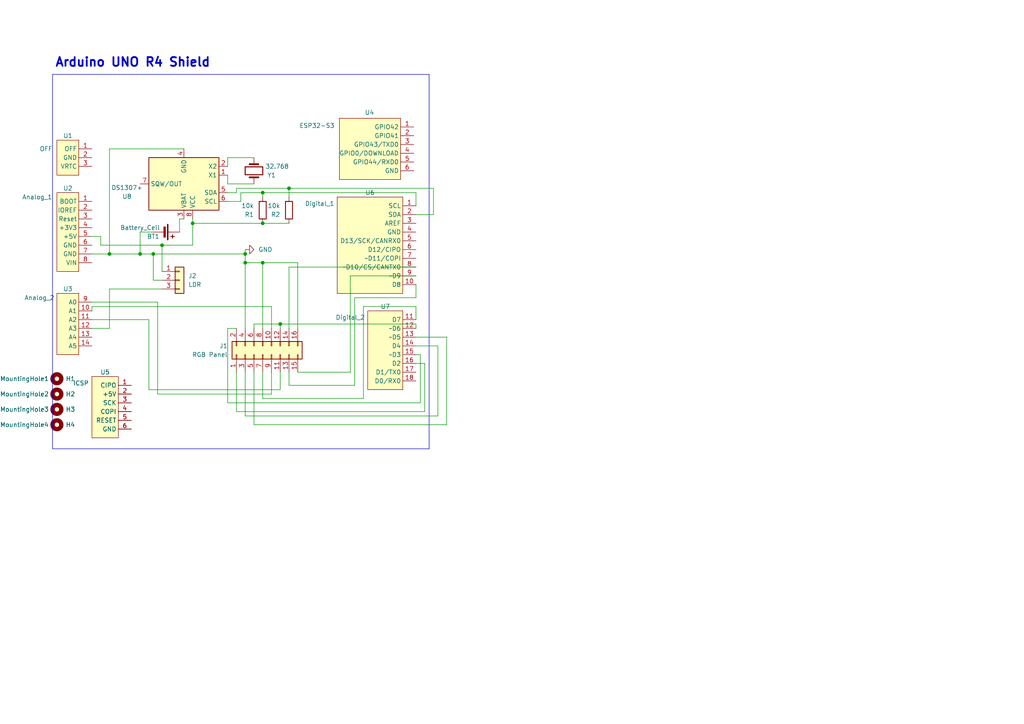
<source format=kicad_sch>
(kicad_sch
	(version 20231120)
	(generator "eeschema")
	(generator_version "8.0")
	(uuid "4deaa014-311e-404e-963e-ca894f6a7656")
	(paper "A4")
	(title_block
		(title "Arduino UNO R4 Shield Template SCH")
		(date "2023-07-13")
		(rev "1.0")
		(company "MStackoverflow")
	)
	(lib_symbols
		(symbol "Connector_Arduino:Arduino_Header_Analog_1"
			(exclude_from_sim no)
			(in_bom yes)
			(on_board yes)
			(property "Reference" "U"
				(at -5.08 6.35 0)
				(effects
					(font
						(size 1.27 1.27)
					)
				)
			)
			(property "Value" "Arduino_Header_Analog_1"
				(at -2.54 8.89 0)
				(effects
					(font
						(size 1.27 1.27)
					)
				)
			)
			(property "Footprint" "ArduinoPinSockets:Arduino_PinSocket_1x08_P2.54mm_Vertical"
				(at 0 12.7 0)
				(effects
					(font
						(size 1.27 1.27)
					)
					(hide yes)
				)
			)
			(property "Datasheet" ""
				(at 0 0 0)
				(effects
					(font
						(size 1.27 1.27)
					)
					(hide yes)
				)
			)
			(property "Description" ""
				(at 0 0 0)
				(effects
					(font
						(size 1.27 1.27)
					)
					(hide yes)
				)
			)
			(symbol "Arduino_Header_Analog_1_0_1"
				(rectangle
					(start -6.35 5.08)
					(end 0 -17.78)
					(stroke
						(width 0)
						(type default)
					)
					(fill
						(type background)
					)
				)
			)
			(symbol "Arduino_Header_Analog_1_1_1"
				(pin input line
					(at 3.81 2.54 180)
					(length 3.81)
					(name "BOOT"
						(effects
							(font
								(size 1.27 1.27)
							)
						)
					)
					(number "1"
						(effects
							(font
								(size 1.27 1.27)
							)
						)
					)
				)
				(pin power_out line
					(at 3.81 0 180)
					(length 3.81)
					(name "IOREF"
						(effects
							(font
								(size 1.27 1.27)
							)
						)
					)
					(number "2"
						(effects
							(font
								(size 1.27 1.27)
							)
						)
					)
				)
				(pin input line
					(at 3.81 -2.54 180)
					(length 3.81)
					(name "Reset"
						(effects
							(font
								(size 1.27 1.27)
							)
						)
					)
					(number "3"
						(effects
							(font
								(size 1.27 1.27)
							)
						)
					)
				)
				(pin power_out line
					(at 3.81 -5.08 180)
					(length 3.81)
					(name "+3V3"
						(effects
							(font
								(size 1.27 1.27)
							)
						)
					)
					(number "4"
						(effects
							(font
								(size 1.27 1.27)
							)
						)
					)
				)
				(pin power_out line
					(at 3.81 -7.62 180)
					(length 3.81)
					(name "+5V"
						(effects
							(font
								(size 1.27 1.27)
							)
						)
					)
					(number "5"
						(effects
							(font
								(size 1.27 1.27)
							)
						)
					)
				)
				(pin power_out line
					(at 3.81 -10.16 180)
					(length 3.81)
					(name "GND"
						(effects
							(font
								(size 1.27 1.27)
							)
						)
					)
					(number "6"
						(effects
							(font
								(size 1.27 1.27)
							)
						)
					)
				)
				(pin power_out line
					(at 3.81 -12.7 180)
					(length 3.81)
					(name "GND"
						(effects
							(font
								(size 1.27 1.27)
							)
						)
					)
					(number "7"
						(effects
							(font
								(size 1.27 1.27)
							)
						)
					)
				)
				(pin power_out line
					(at 3.81 -15.24 180)
					(length 3.81)
					(name "VIN"
						(effects
							(font
								(size 1.27 1.27)
							)
						)
					)
					(number "8"
						(effects
							(font
								(size 1.27 1.27)
							)
						)
					)
				)
			)
		)
		(symbol "Connector_Arduino:Arduino_Header_Analog_2"
			(exclude_from_sim no)
			(in_bom yes)
			(on_board yes)
			(property "Reference" "U"
				(at -5.08 6.35 0)
				(effects
					(font
						(size 1.27 1.27)
					)
				)
			)
			(property "Value" "Arduino_Header_Analog_2"
				(at -2.54 8.89 0)
				(effects
					(font
						(size 1.27 1.27)
					)
				)
			)
			(property "Footprint" "ArduinoPinSockets:Arduino_PinSocket_1x06_P2.54mm_Vertical"
				(at 0 12.7 0)
				(effects
					(font
						(size 1.27 1.27)
					)
					(hide yes)
				)
			)
			(property "Datasheet" ""
				(at 0 0 0)
				(effects
					(font
						(size 1.27 1.27)
					)
					(hide yes)
				)
			)
			(property "Description" ""
				(at 0 0 0)
				(effects
					(font
						(size 1.27 1.27)
					)
					(hide yes)
				)
			)
			(symbol "Arduino_Header_Analog_2_0_1"
				(rectangle
					(start -6.35 5.08)
					(end 0 -12.7)
					(stroke
						(width 0)
						(type default)
					)
					(fill
						(type background)
					)
				)
			)
			(symbol "Arduino_Header_Analog_2_1_1"
				(pin bidirectional line
					(at 3.81 0 180)
					(length 3.81)
					(name "A1"
						(effects
							(font
								(size 1.27 1.27)
							)
						)
					)
					(number "10"
						(effects
							(font
								(size 1.27 1.27)
							)
						)
					)
				)
				(pin bidirectional line
					(at 3.81 -2.54 180)
					(length 3.81)
					(name "A2"
						(effects
							(font
								(size 1.27 1.27)
							)
						)
					)
					(number "11"
						(effects
							(font
								(size 1.27 1.27)
							)
						)
					)
				)
				(pin bidirectional line
					(at 3.81 -5.08 180)
					(length 3.81)
					(name "A3"
						(effects
							(font
								(size 1.27 1.27)
							)
						)
					)
					(number "12"
						(effects
							(font
								(size 1.27 1.27)
							)
						)
					)
				)
				(pin bidirectional line
					(at 3.81 -7.62 180)
					(length 3.81)
					(name "A4"
						(effects
							(font
								(size 1.27 1.27)
							)
						)
					)
					(number "13"
						(effects
							(font
								(size 1.27 1.27)
							)
						)
					)
				)
				(pin bidirectional line
					(at 3.81 -10.16 180)
					(length 3.81)
					(name "A5"
						(effects
							(font
								(size 1.27 1.27)
							)
						)
					)
					(number "14"
						(effects
							(font
								(size 1.27 1.27)
							)
						)
					)
				)
				(pin bidirectional line
					(at 3.81 2.54 180)
					(length 3.81)
					(name "A0"
						(effects
							(font
								(size 1.27 1.27)
							)
						)
					)
					(number "9"
						(effects
							(font
								(size 1.27 1.27)
							)
						)
					)
				)
			)
		)
		(symbol "Connector_Arduino:Arduino_Header_Digital_1"
			(exclude_from_sim no)
			(in_bom yes)
			(on_board yes)
			(property "Reference" "U"
				(at -5.08 6.35 0)
				(effects
					(font
						(size 1.27 1.27)
					)
				)
			)
			(property "Value" "Arduino_Header_Digital_1"
				(at -2.54 8.89 0)
				(effects
					(font
						(size 1.27 1.27)
					)
				)
			)
			(property "Footprint" "ArduinoPinSockets:Arduino_PinSocket_1x10_P2.54mm_Vertical"
				(at 0 12.7 0)
				(effects
					(font
						(size 1.27 1.27)
					)
					(hide yes)
				)
			)
			(property "Datasheet" ""
				(at 0 0 0)
				(effects
					(font
						(size 1.27 1.27)
					)
					(hide yes)
				)
			)
			(property "Description" ""
				(at 0 0 0)
				(effects
					(font
						(size 1.27 1.27)
					)
					(hide yes)
				)
			)
			(symbol "Arduino_Header_Digital_1_0_1"
				(rectangle
					(start -19.05 5.08)
					(end 0 -22.86)
					(stroke
						(width 0)
						(type default)
					)
					(fill
						(type background)
					)
				)
			)
			(symbol "Arduino_Header_Digital_1_1_1"
				(pin bidirectional line
					(at 3.81 2.54 180)
					(length 3.81)
					(name "SCL"
						(effects
							(font
								(size 1.27 1.27)
							)
						)
					)
					(number "1"
						(effects
							(font
								(size 1.27 1.27)
							)
						)
					)
				)
				(pin bidirectional line
					(at 3.81 -20.32 180)
					(length 3.81)
					(name "D8"
						(effects
							(font
								(size 1.27 1.27)
							)
						)
					)
					(number "10"
						(effects
							(font
								(size 1.27 1.27)
							)
						)
					)
				)
				(pin bidirectional line
					(at 3.81 0 180)
					(length 3.81)
					(name "SDA"
						(effects
							(font
								(size 1.27 1.27)
							)
						)
					)
					(number "2"
						(effects
							(font
								(size 1.27 1.27)
							)
						)
					)
				)
				(pin output line
					(at 3.81 -2.54 180)
					(length 3.81)
					(name "AREF"
						(effects
							(font
								(size 1.27 1.27)
							)
						)
					)
					(number "3"
						(effects
							(font
								(size 1.27 1.27)
							)
						)
					)
				)
				(pin power_out line
					(at 3.81 -5.08 180)
					(length 3.81)
					(name "GND"
						(effects
							(font
								(size 1.27 1.27)
							)
						)
					)
					(number "4"
						(effects
							(font
								(size 1.27 1.27)
							)
						)
					)
				)
				(pin bidirectional line
					(at 3.81 -7.62 180)
					(length 3.81)
					(name "D13/SCK/CANRX0"
						(effects
							(font
								(size 1.27 1.27)
							)
						)
					)
					(number "5"
						(effects
							(font
								(size 1.27 1.27)
							)
						)
					)
				)
				(pin bidirectional line
					(at 3.81 -10.16 180)
					(length 3.81)
					(name "D12/CIPO"
						(effects
							(font
								(size 1.27 1.27)
							)
						)
					)
					(number "6"
						(effects
							(font
								(size 1.27 1.27)
							)
						)
					)
				)
				(pin bidirectional line
					(at 3.81 -12.7 180)
					(length 3.81)
					(name "~D11/COPI"
						(effects
							(font
								(size 1.27 1.27)
							)
						)
					)
					(number "7"
						(effects
							(font
								(size 1.27 1.27)
							)
						)
					)
				)
				(pin bidirectional line
					(at 3.81 -15.24 180)
					(length 3.81)
					(name "~D10/CS/CANTX0"
						(effects
							(font
								(size 1.27 1.27)
							)
						)
					)
					(number "8"
						(effects
							(font
								(size 1.27 1.27)
							)
						)
					)
				)
				(pin bidirectional line
					(at 3.81 -17.78 180)
					(length 3.81)
					(name "~D9"
						(effects
							(font
								(size 1.27 1.27)
							)
						)
					)
					(number "9"
						(effects
							(font
								(size 1.27 1.27)
							)
						)
					)
				)
			)
		)
		(symbol "Connector_Arduino:Arduino_Header_Digital_2"
			(exclude_from_sim no)
			(in_bom yes)
			(on_board yes)
			(property "Reference" "U"
				(at -5.08 6.35 0)
				(effects
					(font
						(size 1.27 1.27)
					)
				)
			)
			(property "Value" "Arduino_Header_Digital_2"
				(at -2.54 8.89 0)
				(effects
					(font
						(size 1.27 1.27)
					)
				)
			)
			(property "Footprint" "ArduinoPinSockets:Arduino_PinSocket_1x08_P2.54mm_Vertical"
				(at -1.27 12.7 0)
				(effects
					(font
						(size 1.27 1.27)
					)
					(hide yes)
				)
			)
			(property "Datasheet" ""
				(at 0 0 0)
				(effects
					(font
						(size 1.27 1.27)
					)
					(hide yes)
				)
			)
			(property "Description" ""
				(at 0 0 0)
				(effects
					(font
						(size 1.27 1.27)
					)
					(hide yes)
				)
			)
			(symbol "Arduino_Header_Digital_2_0_1"
				(rectangle
					(start -10.16 5.08)
					(end 0 -17.78)
					(stroke
						(width 0)
						(type default)
					)
					(fill
						(type background)
					)
				)
			)
			(symbol "Arduino_Header_Digital_2_1_1"
				(pin bidirectional line
					(at 3.81 2.54 180)
					(length 3.81)
					(name "D7"
						(effects
							(font
								(size 1.27 1.27)
							)
						)
					)
					(number "11"
						(effects
							(font
								(size 1.27 1.27)
							)
						)
					)
				)
				(pin bidirectional line
					(at 3.81 0 180)
					(length 3.81)
					(name "~D6"
						(effects
							(font
								(size 1.27 1.27)
							)
						)
					)
					(number "12"
						(effects
							(font
								(size 1.27 1.27)
							)
						)
					)
				)
				(pin bidirectional line
					(at 3.81 -2.54 180)
					(length 3.81)
					(name "~D5"
						(effects
							(font
								(size 1.27 1.27)
							)
						)
					)
					(number "13"
						(effects
							(font
								(size 1.27 1.27)
							)
						)
					)
				)
				(pin bidirectional line
					(at 3.81 -5.08 180)
					(length 3.81)
					(name "D4"
						(effects
							(font
								(size 1.27 1.27)
							)
						)
					)
					(number "14"
						(effects
							(font
								(size 1.27 1.27)
							)
						)
					)
				)
				(pin bidirectional line
					(at 3.81 -7.62 180)
					(length 3.81)
					(name "~D3"
						(effects
							(font
								(size 1.27 1.27)
							)
						)
					)
					(number "15"
						(effects
							(font
								(size 1.27 1.27)
							)
						)
					)
				)
				(pin bidirectional line
					(at 3.81 -10.16 180)
					(length 3.81)
					(name "D2"
						(effects
							(font
								(size 1.27 1.27)
							)
						)
					)
					(number "16"
						(effects
							(font
								(size 1.27 1.27)
							)
						)
					)
				)
				(pin bidirectional line
					(at 3.81 -12.7 180)
					(length 3.81)
					(name "D1/TX0"
						(effects
							(font
								(size 1.27 1.27)
							)
						)
					)
					(number "17"
						(effects
							(font
								(size 1.27 1.27)
							)
						)
					)
				)
				(pin bidirectional line
					(at 3.81 -15.24 180)
					(length 3.81)
					(name "D0/RX0"
						(effects
							(font
								(size 1.27 1.27)
							)
						)
					)
					(number "18"
						(effects
							(font
								(size 1.27 1.27)
							)
						)
					)
				)
			)
		)
		(symbol "Connector_Arduino:Arduino_Header_ESP32-S3"
			(exclude_from_sim no)
			(in_bom yes)
			(on_board yes)
			(property "Reference" "U"
				(at -5.08 6.35 0)
				(effects
					(font
						(size 1.27 1.27)
					)
				)
			)
			(property "Value" "Arduino_Header_ESP32-S3"
				(at -2.54 8.89 0)
				(effects
					(font
						(size 1.27 1.27)
					)
				)
			)
			(property "Footprint" "ArduinoPinSockets:Arduino_PinSocket_2x03_P2.54mm_Vertical"
				(at 0 11.43 0)
				(effects
					(font
						(size 1.27 1.27)
					)
					(hide yes)
				)
			)
			(property "Datasheet" ""
				(at 0 0 0)
				(effects
					(font
						(size 1.27 1.27)
					)
					(hide yes)
				)
			)
			(property "Description" ""
				(at 0 0 0)
				(effects
					(font
						(size 1.27 1.27)
					)
					(hide yes)
				)
			)
			(symbol "Arduino_Header_ESP32-S3_0_1"
				(rectangle
					(start -17.78 5.08)
					(end 0 -12.7)
					(stroke
						(width 0)
						(type default)
					)
					(fill
						(type background)
					)
				)
			)
			(symbol "Arduino_Header_ESP32-S3_1_1"
				(pin bidirectional line
					(at 3.81 2.54 180)
					(length 3.81)
					(name "GPIO42"
						(effects
							(font
								(size 1.27 1.27)
							)
						)
					)
					(number "1"
						(effects
							(font
								(size 1.27 1.27)
							)
						)
					)
				)
				(pin bidirectional line
					(at 3.81 0 180)
					(length 3.81)
					(name "GPIO41"
						(effects
							(font
								(size 1.27 1.27)
							)
						)
					)
					(number "2"
						(effects
							(font
								(size 1.27 1.27)
							)
						)
					)
				)
				(pin bidirectional line
					(at 3.81 -2.54 180)
					(length 3.81)
					(name "GPIO43/TXD0"
						(effects
							(font
								(size 1.27 1.27)
							)
						)
					)
					(number "3"
						(effects
							(font
								(size 1.27 1.27)
							)
						)
					)
				)
				(pin bidirectional line
					(at 3.81 -5.08 180)
					(length 3.81)
					(name "GPIO0/DOWNLOAD"
						(effects
							(font
								(size 1.27 1.27)
							)
						)
					)
					(number "4"
						(effects
							(font
								(size 1.27 1.27)
							)
						)
					)
				)
				(pin bidirectional line
					(at 3.81 -7.62 180)
					(length 3.81)
					(name "GPIO44/RXD0"
						(effects
							(font
								(size 1.27 1.27)
							)
						)
					)
					(number "5"
						(effects
							(font
								(size 1.27 1.27)
							)
						)
					)
				)
				(pin power_out line
					(at 3.81 -10.16 180)
					(length 3.81)
					(name "GND"
						(effects
							(font
								(size 1.27 1.27)
							)
						)
					)
					(number "6"
						(effects
							(font
								(size 1.27 1.27)
							)
						)
					)
				)
			)
		)
		(symbol "Connector_Arduino:Arduino_Header_ICSP"
			(exclude_from_sim no)
			(in_bom yes)
			(on_board yes)
			(property "Reference" "U"
				(at -5.08 6.35 0)
				(effects
					(font
						(size 1.27 1.27)
					)
				)
			)
			(property "Value" "Arduino_Header_ICSP"
				(at -2.54 8.89 0)
				(effects
					(font
						(size 1.27 1.27)
					)
				)
			)
			(property "Footprint" "ArduinoPinSockets:Arduino_PinSocket_2x03_P2.54mm_Vertical"
				(at 0 11.43 0)
				(effects
					(font
						(size 1.27 1.27)
					)
					(hide yes)
				)
			)
			(property "Datasheet" ""
				(at 0 0 0)
				(effects
					(font
						(size 1.27 1.27)
					)
					(hide yes)
				)
			)
			(property "Description" ""
				(at 0 0 0)
				(effects
					(font
						(size 1.27 1.27)
					)
					(hide yes)
				)
			)
			(symbol "Arduino_Header_ICSP_0_1"
				(rectangle
					(start -7.62 5.08)
					(end 0 -12.7)
					(stroke
						(width 0)
						(type default)
					)
					(fill
						(type background)
					)
				)
			)
			(symbol "Arduino_Header_ICSP_1_1"
				(pin bidirectional line
					(at 3.81 2.54 180)
					(length 3.81)
					(name "CIPO"
						(effects
							(font
								(size 1.27 1.27)
							)
						)
					)
					(number "1"
						(effects
							(font
								(size 1.27 1.27)
							)
						)
					)
				)
				(pin power_out line
					(at 3.81 0 180)
					(length 3.81)
					(name "+5V"
						(effects
							(font
								(size 1.27 1.27)
							)
						)
					)
					(number "2"
						(effects
							(font
								(size 1.27 1.27)
							)
						)
					)
				)
				(pin bidirectional line
					(at 3.81 -2.54 180)
					(length 3.81)
					(name "SCK"
						(effects
							(font
								(size 1.27 1.27)
							)
						)
					)
					(number "3"
						(effects
							(font
								(size 1.27 1.27)
							)
						)
					)
				)
				(pin bidirectional line
					(at 3.81 -5.08 180)
					(length 3.81)
					(name "COPI"
						(effects
							(font
								(size 1.27 1.27)
							)
						)
					)
					(number "4"
						(effects
							(font
								(size 1.27 1.27)
							)
						)
					)
				)
				(pin bidirectional line
					(at 3.81 -7.62 180)
					(length 3.81)
					(name "RESET"
						(effects
							(font
								(size 1.27 1.27)
							)
						)
					)
					(number "5"
						(effects
							(font
								(size 1.27 1.27)
							)
						)
					)
				)
				(pin power_out line
					(at 3.81 -10.16 180)
					(length 3.81)
					(name "GND"
						(effects
							(font
								(size 1.27 1.27)
							)
						)
					)
					(number "6"
						(effects
							(font
								(size 1.27 1.27)
							)
						)
					)
				)
			)
		)
		(symbol "Connector_Arduino:Arduino_Header_OFF"
			(exclude_from_sim no)
			(in_bom yes)
			(on_board yes)
			(property "Reference" "U"
				(at -5.08 6.35 0)
				(effects
					(font
						(size 1.27 1.27)
					)
				)
			)
			(property "Value" "Arduino_Header_OFF"
				(at -2.54 8.89 0)
				(effects
					(font
						(size 1.27 1.27)
					)
				)
			)
			(property "Footprint" "ArduinoPinSockets:Arduino_PinSocket_1x03_P2.54mm_Vertical"
				(at 0 12.7 0)
				(effects
					(font
						(size 1.27 1.27)
					)
					(hide yes)
				)
			)
			(property "Datasheet" ""
				(at 0 0 0)
				(effects
					(font
						(size 1.27 1.27)
					)
					(hide yes)
				)
			)
			(property "Description" ""
				(at 0 0 0)
				(effects
					(font
						(size 1.27 1.27)
					)
					(hide yes)
				)
			)
			(symbol "Arduino_Header_OFF_0_1"
				(rectangle
					(start -6.35 5.08)
					(end 0 -5.08)
					(stroke
						(width 0)
						(type default)
					)
					(fill
						(type background)
					)
				)
			)
			(symbol "Arduino_Header_OFF_1_1"
				(pin input line
					(at 3.81 2.54 180)
					(length 3.81)
					(name "OFF"
						(effects
							(font
								(size 1.27 1.27)
							)
						)
					)
					(number "1"
						(effects
							(font
								(size 1.27 1.27)
							)
						)
					)
				)
				(pin power_out line
					(at 3.81 0 180)
					(length 3.81)
					(name "GND"
						(effects
							(font
								(size 1.27 1.27)
							)
						)
					)
					(number "2"
						(effects
							(font
								(size 1.27 1.27)
							)
						)
					)
				)
				(pin power_in line
					(at 3.81 -2.54 180)
					(length 3.81)
					(name "VRTC"
						(effects
							(font
								(size 1.27 1.27)
							)
						)
					)
					(number "3"
						(effects
							(font
								(size 1.27 1.27)
							)
						)
					)
				)
			)
		)
		(symbol "Connector_Generic:Conn_01x03"
			(pin_names
				(offset 1.016) hide)
			(exclude_from_sim no)
			(in_bom yes)
			(on_board yes)
			(property "Reference" "J"
				(at 0 5.08 0)
				(effects
					(font
						(size 1.27 1.27)
					)
				)
			)
			(property "Value" "Conn_01x03"
				(at 0 -5.08 0)
				(effects
					(font
						(size 1.27 1.27)
					)
				)
			)
			(property "Footprint" ""
				(at 0 0 0)
				(effects
					(font
						(size 1.27 1.27)
					)
					(hide yes)
				)
			)
			(property "Datasheet" "~"
				(at 0 0 0)
				(effects
					(font
						(size 1.27 1.27)
					)
					(hide yes)
				)
			)
			(property "Description" "Generic connector, single row, 01x03, script generated (kicad-library-utils/schlib/autogen/connector/)"
				(at 0 0 0)
				(effects
					(font
						(size 1.27 1.27)
					)
					(hide yes)
				)
			)
			(property "ki_keywords" "connector"
				(at 0 0 0)
				(effects
					(font
						(size 1.27 1.27)
					)
					(hide yes)
				)
			)
			(property "ki_fp_filters" "Connector*:*_1x??_*"
				(at 0 0 0)
				(effects
					(font
						(size 1.27 1.27)
					)
					(hide yes)
				)
			)
			(symbol "Conn_01x03_1_1"
				(rectangle
					(start -1.27 -2.413)
					(end 0 -2.667)
					(stroke
						(width 0.1524)
						(type default)
					)
					(fill
						(type none)
					)
				)
				(rectangle
					(start -1.27 0.127)
					(end 0 -0.127)
					(stroke
						(width 0.1524)
						(type default)
					)
					(fill
						(type none)
					)
				)
				(rectangle
					(start -1.27 2.667)
					(end 0 2.413)
					(stroke
						(width 0.1524)
						(type default)
					)
					(fill
						(type none)
					)
				)
				(rectangle
					(start -1.27 3.81)
					(end 1.27 -3.81)
					(stroke
						(width 0.254)
						(type default)
					)
					(fill
						(type background)
					)
				)
				(pin passive line
					(at -5.08 2.54 0)
					(length 3.81)
					(name "Pin_1"
						(effects
							(font
								(size 1.27 1.27)
							)
						)
					)
					(number "1"
						(effects
							(font
								(size 1.27 1.27)
							)
						)
					)
				)
				(pin passive line
					(at -5.08 0 0)
					(length 3.81)
					(name "Pin_2"
						(effects
							(font
								(size 1.27 1.27)
							)
						)
					)
					(number "2"
						(effects
							(font
								(size 1.27 1.27)
							)
						)
					)
				)
				(pin passive line
					(at -5.08 -2.54 0)
					(length 3.81)
					(name "Pin_3"
						(effects
							(font
								(size 1.27 1.27)
							)
						)
					)
					(number "3"
						(effects
							(font
								(size 1.27 1.27)
							)
						)
					)
				)
			)
		)
		(symbol "Connector_Generic:Conn_02x08_Odd_Even"
			(pin_names
				(offset 1.016) hide)
			(exclude_from_sim no)
			(in_bom yes)
			(on_board yes)
			(property "Reference" "J1"
				(at 1.27 13.97 0)
				(effects
					(font
						(size 1.27 1.27)
					)
				)
			)
			(property "Value" "RGB Panel"
				(at 1.27 11.43 0)
				(effects
					(font
						(size 1.27 1.27)
					)
				)
			)
			(property "Footprint" "Connector_PinHeader_2.54mm:PinHeader_2x08_P2.54mm_Vertical"
				(at 0 0 0)
				(effects
					(font
						(size 1.27 1.27)
					)
					(hide yes)
				)
			)
			(property "Datasheet" "~"
				(at 0 0 0)
				(effects
					(font
						(size 1.27 1.27)
					)
					(hide yes)
				)
			)
			(property "Description" "Generic connector, double row, 02x08, odd/even pin numbering scheme (row 1 odd numbers, row 2 even numbers), script generated (kicad-library-utils/schlib/autogen/connector/)"
				(at 0 0 0)
				(effects
					(font
						(size 1.27 1.27)
					)
					(hide yes)
				)
			)
			(property "ki_keywords" "connector"
				(at 0 0 0)
				(effects
					(font
						(size 1.27 1.27)
					)
					(hide yes)
				)
			)
			(property "ki_fp_filters" "Connector*:*_2x??_*"
				(at 0 0 0)
				(effects
					(font
						(size 1.27 1.27)
					)
					(hide yes)
				)
			)
			(symbol "Conn_02x08_Odd_Even_1_1"
				(rectangle
					(start -1.27 -10.033)
					(end 0 -10.287)
					(stroke
						(width 0.1524)
						(type default)
					)
					(fill
						(type none)
					)
				)
				(rectangle
					(start -1.27 -7.493)
					(end 0 -7.747)
					(stroke
						(width 0.1524)
						(type default)
					)
					(fill
						(type none)
					)
				)
				(rectangle
					(start -1.27 -4.953)
					(end 0 -5.207)
					(stroke
						(width 0.1524)
						(type default)
					)
					(fill
						(type none)
					)
				)
				(rectangle
					(start -1.27 -2.413)
					(end 0 -2.667)
					(stroke
						(width 0.1524)
						(type default)
					)
					(fill
						(type none)
					)
				)
				(rectangle
					(start -1.27 0.127)
					(end 0 -0.127)
					(stroke
						(width 0.1524)
						(type default)
					)
					(fill
						(type none)
					)
				)
				(rectangle
					(start -1.27 2.667)
					(end 0 2.413)
					(stroke
						(width 0.1524)
						(type default)
					)
					(fill
						(type none)
					)
				)
				(rectangle
					(start -1.27 5.207)
					(end 0 4.953)
					(stroke
						(width 0.1524)
						(type default)
					)
					(fill
						(type none)
					)
				)
				(rectangle
					(start -1.27 7.747)
					(end 0 7.493)
					(stroke
						(width 0.1524)
						(type default)
					)
					(fill
						(type none)
					)
				)
				(rectangle
					(start -1.27 8.89)
					(end 3.81 -11.43)
					(stroke
						(width 0.254)
						(type default)
					)
					(fill
						(type background)
					)
				)
				(rectangle
					(start 3.81 -10.033)
					(end 2.54 -10.287)
					(stroke
						(width 0.1524)
						(type default)
					)
					(fill
						(type none)
					)
				)
				(rectangle
					(start 3.81 -7.493)
					(end 2.54 -7.747)
					(stroke
						(width 0.1524)
						(type default)
					)
					(fill
						(type none)
					)
				)
				(rectangle
					(start 3.81 -4.953)
					(end 2.54 -5.207)
					(stroke
						(width 0.1524)
						(type default)
					)
					(fill
						(type none)
					)
				)
				(rectangle
					(start 3.81 -2.413)
					(end 2.54 -2.667)
					(stroke
						(width 0.1524)
						(type default)
					)
					(fill
						(type none)
					)
				)
				(rectangle
					(start 3.81 0.127)
					(end 2.54 -0.127)
					(stroke
						(width 0.1524)
						(type default)
					)
					(fill
						(type none)
					)
				)
				(rectangle
					(start 3.81 2.667)
					(end 2.54 2.413)
					(stroke
						(width 0.1524)
						(type default)
					)
					(fill
						(type none)
					)
				)
				(rectangle
					(start 3.81 5.207)
					(end 2.54 4.953)
					(stroke
						(width 0.1524)
						(type default)
					)
					(fill
						(type none)
					)
				)
				(rectangle
					(start 3.81 7.747)
					(end 2.54 7.493)
					(stroke
						(width 0.1524)
						(type default)
					)
					(fill
						(type none)
					)
				)
				(pin passive line
					(at -5.08 7.62 0)
					(length 3.81)
					(name "R1"
						(effects
							(font
								(size 1.27 1.27)
							)
						)
					)
					(number "1"
						(effects
							(font
								(size 1.27 1.27)
							)
						)
					)
					(alternate "R1" passive line)
				)
				(pin passive line
					(at 7.62 -2.54 180)
					(length 3.81)
					(name "Pin_10"
						(effects
							(font
								(size 1.27 1.27)
							)
						)
					)
					(number "10"
						(effects
							(font
								(size 1.27 1.27)
							)
						)
					)
				)
				(pin passive line
					(at -5.08 -5.08 0)
					(length 3.81)
					(name "Pin_11"
						(effects
							(font
								(size 1.27 1.27)
							)
						)
					)
					(number "11"
						(effects
							(font
								(size 1.27 1.27)
							)
						)
					)
				)
				(pin passive line
					(at 7.62 -5.08 180)
					(length 3.81)
					(name "Pin_12"
						(effects
							(font
								(size 1.27 1.27)
							)
						)
					)
					(number "12"
						(effects
							(font
								(size 1.27 1.27)
							)
						)
					)
				)
				(pin passive line
					(at -5.08 -7.62 0)
					(length 3.81)
					(name "Pin_13"
						(effects
							(font
								(size 1.27 1.27)
							)
						)
					)
					(number "13"
						(effects
							(font
								(size 1.27 1.27)
							)
						)
					)
				)
				(pin passive line
					(at 7.62 -7.62 180)
					(length 3.81)
					(name "Pin_14"
						(effects
							(font
								(size 1.27 1.27)
							)
						)
					)
					(number "14"
						(effects
							(font
								(size 1.27 1.27)
							)
						)
					)
				)
				(pin passive line
					(at -5.08 -10.16 0)
					(length 3.81)
					(name "Pin_15"
						(effects
							(font
								(size 1.27 1.27)
							)
						)
					)
					(number "15"
						(effects
							(font
								(size 1.27 1.27)
							)
						)
					)
				)
				(pin passive line
					(at 7.62 -10.16 180)
					(length 3.81)
					(name "Pin_16"
						(effects
							(font
								(size 1.27 1.27)
							)
						)
					)
					(number "16"
						(effects
							(font
								(size 1.27 1.27)
							)
						)
					)
				)
				(pin passive line
					(at 7.62 7.62 180)
					(length 3.81)
					(name "Pin_2"
						(effects
							(font
								(size 1.27 1.27)
							)
						)
					)
					(number "2"
						(effects
							(font
								(size 1.27 1.27)
							)
						)
					)
				)
				(pin passive line
					(at -5.08 5.08 0)
					(length 3.81)
					(name "Pin_3"
						(effects
							(font
								(size 1.27 1.27)
							)
						)
					)
					(number "3"
						(effects
							(font
								(size 1.27 1.27)
							)
						)
					)
				)
				(pin passive line
					(at 7.62 5.08 180)
					(length 3.81)
					(name "Pin_4"
						(effects
							(font
								(size 1.27 1.27)
							)
						)
					)
					(number "4"
						(effects
							(font
								(size 1.27 1.27)
							)
						)
					)
				)
				(pin passive line
					(at -5.08 2.54 0)
					(length 3.81)
					(name "Pin_5"
						(effects
							(font
								(size 1.27 1.27)
							)
						)
					)
					(number "5"
						(effects
							(font
								(size 1.27 1.27)
							)
						)
					)
				)
				(pin passive line
					(at 7.62 2.54 180)
					(length 3.81)
					(name "Pin_6"
						(effects
							(font
								(size 1.27 1.27)
							)
						)
					)
					(number "6"
						(effects
							(font
								(size 1.27 1.27)
							)
						)
					)
				)
				(pin passive line
					(at -5.08 0 0)
					(length 3.81)
					(name "Pin_7"
						(effects
							(font
								(size 1.27 1.27)
							)
						)
					)
					(number "7"
						(effects
							(font
								(size 1.27 1.27)
							)
						)
					)
				)
				(pin passive line
					(at 7.62 0 180)
					(length 3.81)
					(name "Pin_8"
						(effects
							(font
								(size 1.27 1.27)
							)
						)
					)
					(number "8"
						(effects
							(font
								(size 1.27 1.27)
							)
						)
					)
				)
				(pin passive line
					(at -5.08 -2.54 0)
					(length 3.81)
					(name "Pin_9"
						(effects
							(font
								(size 1.27 1.27)
							)
						)
					)
					(number "9"
						(effects
							(font
								(size 1.27 1.27)
							)
						)
					)
				)
			)
		)
		(symbol "Device:Battery_Cell"
			(pin_numbers hide)
			(pin_names
				(offset 0) hide)
			(exclude_from_sim no)
			(in_bom yes)
			(on_board yes)
			(property "Reference" "BT"
				(at 2.54 2.54 0)
				(effects
					(font
						(size 1.27 1.27)
					)
					(justify left)
				)
			)
			(property "Value" "Battery_Cell"
				(at 2.54 0 0)
				(effects
					(font
						(size 1.27 1.27)
					)
					(justify left)
				)
			)
			(property "Footprint" ""
				(at 0 1.524 90)
				(effects
					(font
						(size 1.27 1.27)
					)
					(hide yes)
				)
			)
			(property "Datasheet" "~"
				(at 0 1.524 90)
				(effects
					(font
						(size 1.27 1.27)
					)
					(hide yes)
				)
			)
			(property "Description" "Single-cell battery"
				(at 0 0 0)
				(effects
					(font
						(size 1.27 1.27)
					)
					(hide yes)
				)
			)
			(property "ki_keywords" "battery cell"
				(at 0 0 0)
				(effects
					(font
						(size 1.27 1.27)
					)
					(hide yes)
				)
			)
			(symbol "Battery_Cell_0_1"
				(rectangle
					(start -2.286 1.778)
					(end 2.286 1.524)
					(stroke
						(width 0)
						(type default)
					)
					(fill
						(type outline)
					)
				)
				(rectangle
					(start -1.524 1.016)
					(end 1.524 0.508)
					(stroke
						(width 0)
						(type default)
					)
					(fill
						(type outline)
					)
				)
				(polyline
					(pts
						(xy 0 0.762) (xy 0 0)
					)
					(stroke
						(width 0)
						(type default)
					)
					(fill
						(type none)
					)
				)
				(polyline
					(pts
						(xy 0 1.778) (xy 0 2.54)
					)
					(stroke
						(width 0)
						(type default)
					)
					(fill
						(type none)
					)
				)
				(polyline
					(pts
						(xy 0.762 3.048) (xy 1.778 3.048)
					)
					(stroke
						(width 0.254)
						(type default)
					)
					(fill
						(type none)
					)
				)
				(polyline
					(pts
						(xy 1.27 3.556) (xy 1.27 2.54)
					)
					(stroke
						(width 0.254)
						(type default)
					)
					(fill
						(type none)
					)
				)
			)
			(symbol "Battery_Cell_1_1"
				(pin passive line
					(at 0 5.08 270)
					(length 2.54)
					(name "+"
						(effects
							(font
								(size 1.27 1.27)
							)
						)
					)
					(number "1"
						(effects
							(font
								(size 1.27 1.27)
							)
						)
					)
				)
				(pin passive line
					(at 0 -2.54 90)
					(length 2.54)
					(name "-"
						(effects
							(font
								(size 1.27 1.27)
							)
						)
					)
					(number "2"
						(effects
							(font
								(size 1.27 1.27)
							)
						)
					)
				)
			)
		)
		(symbol "Device:Crystal"
			(pin_numbers hide)
			(pin_names
				(offset 1.016) hide)
			(exclude_from_sim no)
			(in_bom yes)
			(on_board yes)
			(property "Reference" "Y"
				(at 0 3.81 0)
				(effects
					(font
						(size 1.27 1.27)
					)
				)
			)
			(property "Value" "Crystal"
				(at 0 -3.81 0)
				(effects
					(font
						(size 1.27 1.27)
					)
				)
			)
			(property "Footprint" ""
				(at 0 0 0)
				(effects
					(font
						(size 1.27 1.27)
					)
					(hide yes)
				)
			)
			(property "Datasheet" "~"
				(at 0 0 0)
				(effects
					(font
						(size 1.27 1.27)
					)
					(hide yes)
				)
			)
			(property "Description" "Two pin crystal"
				(at 0 0 0)
				(effects
					(font
						(size 1.27 1.27)
					)
					(hide yes)
				)
			)
			(property "ki_keywords" "quartz ceramic resonator oscillator"
				(at 0 0 0)
				(effects
					(font
						(size 1.27 1.27)
					)
					(hide yes)
				)
			)
			(property "ki_fp_filters" "Crystal*"
				(at 0 0 0)
				(effects
					(font
						(size 1.27 1.27)
					)
					(hide yes)
				)
			)
			(symbol "Crystal_0_1"
				(rectangle
					(start -1.143 2.54)
					(end 1.143 -2.54)
					(stroke
						(width 0.3048)
						(type default)
					)
					(fill
						(type none)
					)
				)
				(polyline
					(pts
						(xy -2.54 0) (xy -1.905 0)
					)
					(stroke
						(width 0)
						(type default)
					)
					(fill
						(type none)
					)
				)
				(polyline
					(pts
						(xy -1.905 -1.27) (xy -1.905 1.27)
					)
					(stroke
						(width 0.508)
						(type default)
					)
					(fill
						(type none)
					)
				)
				(polyline
					(pts
						(xy 1.905 -1.27) (xy 1.905 1.27)
					)
					(stroke
						(width 0.508)
						(type default)
					)
					(fill
						(type none)
					)
				)
				(polyline
					(pts
						(xy 2.54 0) (xy 1.905 0)
					)
					(stroke
						(width 0)
						(type default)
					)
					(fill
						(type none)
					)
				)
			)
			(symbol "Crystal_1_1"
				(pin passive line
					(at -3.81 0 0)
					(length 1.27)
					(name "1"
						(effects
							(font
								(size 1.27 1.27)
							)
						)
					)
					(number "1"
						(effects
							(font
								(size 1.27 1.27)
							)
						)
					)
				)
				(pin passive line
					(at 3.81 0 180)
					(length 1.27)
					(name "2"
						(effects
							(font
								(size 1.27 1.27)
							)
						)
					)
					(number "2"
						(effects
							(font
								(size 1.27 1.27)
							)
						)
					)
				)
			)
		)
		(symbol "Device:R"
			(pin_numbers hide)
			(pin_names
				(offset 0)
			)
			(exclude_from_sim no)
			(in_bom yes)
			(on_board yes)
			(property "Reference" "R"
				(at 2.032 0 90)
				(effects
					(font
						(size 1.27 1.27)
					)
				)
			)
			(property "Value" "R"
				(at 0 0 90)
				(effects
					(font
						(size 1.27 1.27)
					)
				)
			)
			(property "Footprint" ""
				(at -1.778 0 90)
				(effects
					(font
						(size 1.27 1.27)
					)
					(hide yes)
				)
			)
			(property "Datasheet" "~"
				(at 0 0 0)
				(effects
					(font
						(size 1.27 1.27)
					)
					(hide yes)
				)
			)
			(property "Description" "Resistor"
				(at 0 0 0)
				(effects
					(font
						(size 1.27 1.27)
					)
					(hide yes)
				)
			)
			(property "ki_keywords" "R res resistor"
				(at 0 0 0)
				(effects
					(font
						(size 1.27 1.27)
					)
					(hide yes)
				)
			)
			(property "ki_fp_filters" "R_*"
				(at 0 0 0)
				(effects
					(font
						(size 1.27 1.27)
					)
					(hide yes)
				)
			)
			(symbol "R_0_1"
				(rectangle
					(start -1.016 -2.54)
					(end 1.016 2.54)
					(stroke
						(width 0.254)
						(type default)
					)
					(fill
						(type none)
					)
				)
			)
			(symbol "R_1_1"
				(pin passive line
					(at 0 3.81 270)
					(length 1.27)
					(name "~"
						(effects
							(font
								(size 1.27 1.27)
							)
						)
					)
					(number "1"
						(effects
							(font
								(size 1.27 1.27)
							)
						)
					)
				)
				(pin passive line
					(at 0 -3.81 90)
					(length 1.27)
					(name "~"
						(effects
							(font
								(size 1.27 1.27)
							)
						)
					)
					(number "2"
						(effects
							(font
								(size 1.27 1.27)
							)
						)
					)
				)
			)
		)
		(symbol "Mechanical_Arduino:MountingHole_Arduino"
			(pin_names
				(offset 1.016)
			)
			(exclude_from_sim no)
			(in_bom yes)
			(on_board yes)
			(property "Reference" "H"
				(at 0 5.08 0)
				(effects
					(font
						(size 1.27 1.27)
					)
				)
			)
			(property "Value" "MountingHole_Arduino"
				(at 0 3.175 0)
				(effects
					(font
						(size 1.27 1.27)
					)
				)
			)
			(property "Footprint" ""
				(at 0 0 0)
				(effects
					(font
						(size 1.27 1.27)
					)
					(hide yes)
				)
			)
			(property "Datasheet" "~"
				(at 0 0 0)
				(effects
					(font
						(size 1.27 1.27)
					)
					(hide yes)
				)
			)
			(property "Description" "Mounting Hole without connection"
				(at 0 0 0)
				(effects
					(font
						(size 1.27 1.27)
					)
					(hide yes)
				)
			)
			(property "ki_keywords" "mounting hole"
				(at 0 0 0)
				(effects
					(font
						(size 1.27 1.27)
					)
					(hide yes)
				)
			)
			(property "ki_fp_filters" "MountingHole*"
				(at 0 0 0)
				(effects
					(font
						(size 1.27 1.27)
					)
					(hide yes)
				)
			)
			(symbol "MountingHole_Arduino_0_1"
				(circle
					(center 0 0)
					(radius 1.27)
					(stroke
						(width 1.27)
						(type default)
					)
					(fill
						(type none)
					)
				)
			)
		)
		(symbol "Timer_RTC:DS1307+"
			(exclude_from_sim no)
			(in_bom yes)
			(on_board yes)
			(property "Reference" "U"
				(at -8.89 8.89 0)
				(effects
					(font
						(size 1.27 1.27)
					)
				)
			)
			(property "Value" "DS1307+"
				(at 1.27 8.89 0)
				(effects
					(font
						(size 1.27 1.27)
					)
					(justify left)
				)
			)
			(property "Footprint" "Package_DIP:DIP-8_W7.62mm"
				(at 0 -12.7 0)
				(effects
					(font
						(size 1.27 1.27)
					)
					(hide yes)
				)
			)
			(property "Datasheet" "https://datasheets.maximintegrated.com/en/ds/DS1307.pdf"
				(at 0 -5.08 0)
				(effects
					(font
						(size 1.27 1.27)
					)
					(hide yes)
				)
			)
			(property "Description" "64 x 8, Serial, I2C Real-time clock, 4.5V to 5.5V VCC, 0°C to +70°C, DIP-8"
				(at 0 0 0)
				(effects
					(font
						(size 1.27 1.27)
					)
					(hide yes)
				)
			)
			(property "ki_keywords" "RTC, Trickle-Charge Timekeeping Chip"
				(at 0 0 0)
				(effects
					(font
						(size 1.27 1.27)
					)
					(hide yes)
				)
			)
			(property "ki_fp_filters" "DIP*W7.62mm*"
				(at 0 0 0)
				(effects
					(font
						(size 1.27 1.27)
					)
					(hide yes)
				)
			)
			(symbol "DS1307+_0_1"
				(rectangle
					(start -10.16 7.62)
					(end 10.16 -7.62)
					(stroke
						(width 0.254)
						(type default)
					)
					(fill
						(type background)
					)
				)
			)
			(symbol "DS1307+_1_1"
				(pin input line
					(at -12.7 -2.54 0)
					(length 2.54)
					(name "X1"
						(effects
							(font
								(size 1.27 1.27)
							)
						)
					)
					(number "1"
						(effects
							(font
								(size 1.27 1.27)
							)
						)
					)
				)
				(pin input line
					(at -12.7 -5.08 0)
					(length 2.54)
					(name "X2"
						(effects
							(font
								(size 1.27 1.27)
							)
						)
					)
					(number "2"
						(effects
							(font
								(size 1.27 1.27)
							)
						)
					)
				)
				(pin power_in line
					(at 0 10.16 270)
					(length 2.54)
					(name "VBAT"
						(effects
							(font
								(size 1.27 1.27)
							)
						)
					)
					(number "3"
						(effects
							(font
								(size 1.27 1.27)
							)
						)
					)
				)
				(pin power_in line
					(at 0 -10.16 90)
					(length 2.54)
					(name "GND"
						(effects
							(font
								(size 1.27 1.27)
							)
						)
					)
					(number "4"
						(effects
							(font
								(size 1.27 1.27)
							)
						)
					)
				)
				(pin bidirectional line
					(at -12.7 2.54 0)
					(length 2.54)
					(name "SDA"
						(effects
							(font
								(size 1.27 1.27)
							)
						)
					)
					(number "5"
						(effects
							(font
								(size 1.27 1.27)
							)
						)
					)
				)
				(pin input line
					(at -12.7 5.08 0)
					(length 2.54)
					(name "SCL"
						(effects
							(font
								(size 1.27 1.27)
							)
						)
					)
					(number "6"
						(effects
							(font
								(size 1.27 1.27)
							)
						)
					)
				)
				(pin open_collector line
					(at 12.7 0 180)
					(length 2.54)
					(name "SQW/OUT"
						(effects
							(font
								(size 1.27 1.27)
							)
						)
					)
					(number "7"
						(effects
							(font
								(size 1.27 1.27)
							)
						)
					)
				)
				(pin power_in line
					(at -2.54 10.16 270)
					(length 2.54)
					(name "VCC"
						(effects
							(font
								(size 1.27 1.27)
							)
						)
					)
					(number "8"
						(effects
							(font
								(size 1.27 1.27)
							)
						)
					)
				)
			)
		)
		(symbol "power:GND"
			(power)
			(pin_names
				(offset 0)
			)
			(exclude_from_sim no)
			(in_bom yes)
			(on_board yes)
			(property "Reference" "#PWR"
				(at 0 -6.35 0)
				(effects
					(font
						(size 1.27 1.27)
					)
					(hide yes)
				)
			)
			(property "Value" "GND"
				(at 0 -3.81 0)
				(effects
					(font
						(size 1.27 1.27)
					)
				)
			)
			(property "Footprint" ""
				(at 0 0 0)
				(effects
					(font
						(size 1.27 1.27)
					)
					(hide yes)
				)
			)
			(property "Datasheet" ""
				(at 0 0 0)
				(effects
					(font
						(size 1.27 1.27)
					)
					(hide yes)
				)
			)
			(property "Description" "Power symbol creates a global label with name \"GND\" , ground"
				(at 0 0 0)
				(effects
					(font
						(size 1.27 1.27)
					)
					(hide yes)
				)
			)
			(property "ki_keywords" "global power"
				(at 0 0 0)
				(effects
					(font
						(size 1.27 1.27)
					)
					(hide yes)
				)
			)
			(symbol "GND_0_1"
				(polyline
					(pts
						(xy 0 0) (xy 0 -1.27) (xy 1.27 -1.27) (xy 0 -2.54) (xy -1.27 -1.27) (xy 0 -1.27)
					)
					(stroke
						(width 0)
						(type default)
					)
					(fill
						(type none)
					)
				)
			)
			(symbol "GND_1_1"
				(pin power_in line
					(at 0 0 270)
					(length 0) hide
					(name "GND"
						(effects
							(font
								(size 1.27 1.27)
							)
						)
					)
					(number "1"
						(effects
							(font
								(size 1.27 1.27)
							)
						)
					)
				)
			)
		)
	)
	(junction
		(at 55.88 64.77)
		(diameter 0)
		(color 0 0 0 0)
		(uuid "0a04b7a1-15ad-4901-9695-336ec6011883")
	)
	(junction
		(at 81.28 93.98)
		(diameter 0)
		(color 0 0 0 0)
		(uuid "1969abde-7a23-4507-a865-d74be6405a84")
	)
	(junction
		(at 83.82 54.61)
		(diameter 0)
		(color 0 0 0 0)
		(uuid "1e632759-0608-4953-a31f-3688aca10389")
	)
	(junction
		(at 71.12 76.2)
		(diameter 0)
		(color 0 0 0 0)
		(uuid "49ae1c41-1ec5-4a5b-b465-89d583cfcd33")
	)
	(junction
		(at 40.64 73.66)
		(diameter 0)
		(color 0 0 0 0)
		(uuid "61590e8c-caeb-4c3e-a1ec-b02a4938e5a3")
	)
	(junction
		(at 46.99 71.12)
		(diameter 0)
		(color 0 0 0 0)
		(uuid "6e07f26c-43c9-49c0-bfee-6e062d8192f6")
	)
	(junction
		(at 31.75 73.66)
		(diameter 0)
		(color 0 0 0 0)
		(uuid "93f7cc9c-4383-4d7e-b94b-ca87775402ce")
	)
	(junction
		(at 76.2 55.88)
		(diameter 0)
		(color 0 0 0 0)
		(uuid "c14d055e-9d49-4df0-ac4d-db93efb30b91")
	)
	(junction
		(at 44.45 73.66)
		(diameter 0)
		(color 0 0 0 0)
		(uuid "c29ecfc6-a337-483a-89ed-a7dac18985cb")
	)
	(junction
		(at 76.2 76.2)
		(diameter 0)
		(color 0 0 0 0)
		(uuid "cef54703-302a-427d-8f91-ca5aa6c3c4c7")
	)
	(junction
		(at 76.2 64.77)
		(diameter 0)
		(color 0 0 0 0)
		(uuid "e6d6f5ec-0f48-4c8d-9e57-ac7f0c8ffd67")
	)
	(junction
		(at 71.12 73.66)
		(diameter 0)
		(color 0 0 0 0)
		(uuid "e8a635b0-767c-4fc9-bcd7-70044ee5bcd9")
	)
	(wire
		(pts
			(xy 81.28 113.03) (xy 43.18 113.03)
		)
		(stroke
			(width 0)
			(type default)
		)
		(uuid "02ef3a58-f582-4599-8299-2bf2b431b6a7")
	)
	(wire
		(pts
			(xy 105.41 115.57) (xy 105.41 88.9)
		)
		(stroke
			(width 0)
			(type default)
		)
		(uuid "0450f52e-bb6a-4efc-80c1-352104f89865")
	)
	(polyline
		(pts
			(xy 15.24 21.59) (xy 124.46 21.59)
		)
		(stroke
			(width 0)
			(type default)
		)
		(uuid "05115157-dac4-4b13-8923-55ead3dc0aa9")
	)
	(wire
		(pts
			(xy 66.04 53.34) (xy 66.04 50.8)
		)
		(stroke
			(width 0)
			(type default)
		)
		(uuid "072dacb1-2484-477d-be0e-7da9d3496a80")
	)
	(wire
		(pts
			(xy 78.74 107.95) (xy 78.74 114.3)
		)
		(stroke
			(width 0)
			(type default)
		)
		(uuid "0a5d9a67-cfb4-46ec-9a90-e69c45ee116d")
	)
	(wire
		(pts
			(xy 52.07 67.31) (xy 52.07 63.5)
		)
		(stroke
			(width 0)
			(type default)
		)
		(uuid "0e7a5066-2a50-4da6-9cf5-7481aab4fe57")
	)
	(wire
		(pts
			(xy 121.92 102.87) (xy 120.65 102.87)
		)
		(stroke
			(width 0)
			(type default)
		)
		(uuid "14d5f7b1-3682-4d8a-bb1b-13d5c2e5fa63")
	)
	(wire
		(pts
			(xy 123.19 105.41) (xy 120.65 105.41)
		)
		(stroke
			(width 0)
			(type default)
		)
		(uuid "17f19120-d955-4b02-b5a7-d4b0c0719754")
	)
	(wire
		(pts
			(xy 120.65 55.88) (xy 120.65 59.69)
		)
		(stroke
			(width 0)
			(type default)
		)
		(uuid "17f3c827-28f5-443e-a355-1837c49519e0")
	)
	(wire
		(pts
			(xy 26.67 88.9) (xy 26.67 90.17)
		)
		(stroke
			(width 0)
			(type default)
		)
		(uuid "17f4ab47-3a17-44a4-bf28-611db2bdd9ee")
	)
	(wire
		(pts
			(xy 76.2 107.95) (xy 76.2 115.57)
		)
		(stroke
			(width 0)
			(type default)
		)
		(uuid "1bcdaac4-a791-4b50-b83b-13cf17dbf101")
	)
	(wire
		(pts
			(xy 83.82 54.61) (xy 83.82 57.15)
		)
		(stroke
			(width 0)
			(type default)
		)
		(uuid "1e0c5f2c-7616-498c-8824-3a7b1b2ee5ea")
	)
	(wire
		(pts
			(xy 125.73 54.61) (xy 125.73 62.23)
		)
		(stroke
			(width 0)
			(type default)
		)
		(uuid "21689ac9-b625-48b9-ac5f-ec078c07ec99")
	)
	(wire
		(pts
			(xy 68.58 54.61) (xy 83.82 54.61)
		)
		(stroke
			(width 0)
			(type default)
		)
		(uuid "259dc8fb-e9b8-4251-8676-c69eeca1fffa")
	)
	(wire
		(pts
			(xy 76.2 55.88) (xy 120.65 55.88)
		)
		(stroke
			(width 0)
			(type default)
		)
		(uuid "2610b8ee-ee8d-4055-bcfe-eff669131dc3")
	)
	(wire
		(pts
			(xy 68.58 95.25) (xy 66.04 95.25)
		)
		(stroke
			(width 0)
			(type default)
		)
		(uuid "27527426-85d3-409a-9731-0e3d4b3a7c95")
	)
	(wire
		(pts
			(xy 46.99 81.28) (xy 44.45 81.28)
		)
		(stroke
			(width 0)
			(type default)
		)
		(uuid "28693c8c-e4b8-4c66-b1e7-617a2598db17")
	)
	(wire
		(pts
			(xy 105.41 88.9) (xy 120.65 88.9)
		)
		(stroke
			(width 0)
			(type default)
		)
		(uuid "288a2a3e-3d57-444b-b6cc-c946034cc2fc")
	)
	(wire
		(pts
			(xy 53.34 43.18) (xy 31.75 43.18)
		)
		(stroke
			(width 0)
			(type default)
		)
		(uuid "2af2e179-0f1f-40be-a97c-1b8cb37c3825")
	)
	(wire
		(pts
			(xy 69.85 58.42) (xy 69.85 55.88)
		)
		(stroke
			(width 0)
			(type default)
		)
		(uuid "2b4d215f-c966-4a4a-ae69-b938beda66bd")
	)
	(wire
		(pts
			(xy 73.66 107.95) (xy 73.66 123.19)
		)
		(stroke
			(width 0)
			(type default)
		)
		(uuid "3003130d-560a-4141-abff-e2a9ec8d25b1")
	)
	(wire
		(pts
			(xy 120.65 88.9) (xy 120.65 92.71)
		)
		(stroke
			(width 0)
			(type default)
		)
		(uuid "30d36a4f-520a-4feb-b256-7000557eb45d")
	)
	(wire
		(pts
			(xy 76.2 95.25) (xy 76.2 76.2)
		)
		(stroke
			(width 0)
			(type default)
		)
		(uuid "3229a207-4ddb-4ef8-9ebd-fc7bf2e980ab")
	)
	(wire
		(pts
			(xy 120.65 93.98) (xy 120.65 95.25)
		)
		(stroke
			(width 0)
			(type default)
		)
		(uuid "3282ab37-e4c6-4d62-be73-38346ff8a7d0")
	)
	(wire
		(pts
			(xy 71.12 76.2) (xy 71.12 95.25)
		)
		(stroke
			(width 0)
			(type default)
		)
		(uuid "32b233d4-1219-4c5b-a39a-b9b85702f635")
	)
	(wire
		(pts
			(xy 31.75 83.82) (xy 31.75 95.25)
		)
		(stroke
			(width 0)
			(type default)
		)
		(uuid "32c51922-3f97-4bac-a76d-3b2a5064ada9")
	)
	(wire
		(pts
			(xy 129.54 97.79) (xy 120.65 97.79)
		)
		(stroke
			(width 0)
			(type default)
		)
		(uuid "33cbf21f-5469-45b9-89bc-cf785be6934a")
	)
	(wire
		(pts
			(xy 83.82 107.95) (xy 83.82 111.76)
		)
		(stroke
			(width 0)
			(type default)
		)
		(uuid "391dda61-26b5-4970-b1b8-b578db1290ef")
	)
	(wire
		(pts
			(xy 45.72 87.63) (xy 26.67 87.63)
		)
		(stroke
			(width 0)
			(type default)
		)
		(uuid "3a3a148b-91ca-4272-a57f-550b03f031b9")
	)
	(wire
		(pts
			(xy 81.28 95.25) (xy 81.28 93.98)
		)
		(stroke
			(width 0)
			(type default)
		)
		(uuid "3b31732a-3421-4c67-ae94-ceafb8edbf66")
	)
	(wire
		(pts
			(xy 78.74 114.3) (xy 45.72 114.3)
		)
		(stroke
			(width 0)
			(type default)
		)
		(uuid "4282d5a7-f4d5-4594-9379-139d3d1f988b")
	)
	(wire
		(pts
			(xy 81.28 107.95) (xy 81.28 113.03)
		)
		(stroke
			(width 0)
			(type default)
		)
		(uuid "475c79a3-52f8-451a-9394-0ce181c6b390")
	)
	(wire
		(pts
			(xy 55.88 64.77) (xy 55.88 63.5)
		)
		(stroke
			(width 0)
			(type default)
		)
		(uuid "4bc50dca-43bb-4184-a838-843f77565293")
	)
	(wire
		(pts
			(xy 86.36 95.25) (xy 86.36 76.2)
		)
		(stroke
			(width 0)
			(type default)
		)
		(uuid "4e6ae987-3522-4718-909e-57be0ad8d0ca")
	)
	(wire
		(pts
			(xy 73.66 93.98) (xy 81.28 93.98)
		)
		(stroke
			(width 0)
			(type default)
		)
		(uuid "4f5b4780-a5e0-4ff4-9ff5-4da2799bfc8b")
	)
	(wire
		(pts
			(xy 81.28 93.98) (xy 120.65 93.98)
		)
		(stroke
			(width 0)
			(type default)
		)
		(uuid "511bda9e-274e-4e5c-84ac-cdb68352a316")
	)
	(polyline
		(pts
			(xy 124.46 21.59) (xy 124.46 130.175)
		)
		(stroke
			(width 0)
			(type default)
		)
		(uuid "54768c4d-6915-478e-920b-49b33654d9b6")
	)
	(wire
		(pts
			(xy 29.21 68.58) (xy 29.21 71.12)
		)
		(stroke
			(width 0)
			(type default)
		)
		(uuid "5630f5e8-c66a-4008-845c-bef87369f98c")
	)
	(wire
		(pts
			(xy 102.87 111.76) (xy 102.87 86.36)
		)
		(stroke
			(width 0)
			(type default)
		)
		(uuid "567828b7-aecd-49b0-9558-1e031b58c6cd")
	)
	(wire
		(pts
			(xy 26.67 73.66) (xy 31.75 73.66)
		)
		(stroke
			(width 0)
			(type default)
		)
		(uuid "5c04e5df-39fc-480b-a66e-1e3d50ee924d")
	)
	(wire
		(pts
			(xy 66.04 55.88) (xy 68.58 55.88)
		)
		(stroke
			(width 0)
			(type default)
		)
		(uuid "5c2a2e3f-4b5a-4a72-80b8-ab94a4e0c302")
	)
	(wire
		(pts
			(xy 43.18 92.71) (xy 26.67 92.71)
		)
		(stroke
			(width 0)
			(type default)
		)
		(uuid "5c510f51-00be-4a9d-ab5d-7731535663cc")
	)
	(polyline
		(pts
			(xy 15.24 130.175) (xy 15.24 21.59)
		)
		(stroke
			(width 0)
			(type default)
		)
		(uuid "5d4df724-8af5-45a1-956c-9bd048653686")
	)
	(wire
		(pts
			(xy 73.66 45.72) (xy 66.04 45.72)
		)
		(stroke
			(width 0)
			(type default)
		)
		(uuid "5f78c0db-b379-45e1-bf52-2fea02fe02cf")
	)
	(wire
		(pts
			(xy 31.75 73.66) (xy 40.64 73.66)
		)
		(stroke
			(width 0)
			(type default)
		)
		(uuid "60116ffb-dffc-44eb-a4e0-f70c8f7272e6")
	)
	(wire
		(pts
			(xy 86.36 107.95) (xy 101.6 107.95)
		)
		(stroke
			(width 0)
			(type default)
		)
		(uuid "602553dd-50be-427b-8bad-808e1cbb066f")
	)
	(wire
		(pts
			(xy 46.99 83.82) (xy 31.75 83.82)
		)
		(stroke
			(width 0)
			(type default)
		)
		(uuid "63b7be61-ca18-4501-9498-58b3db62d345")
	)
	(wire
		(pts
			(xy 68.58 55.88) (xy 68.58 54.61)
		)
		(stroke
			(width 0)
			(type default)
		)
		(uuid "655d09e6-626e-4763-85e9-cc148304b948")
	)
	(wire
		(pts
			(xy 101.6 107.95) (xy 101.6 80.01)
		)
		(stroke
			(width 0)
			(type default)
		)
		(uuid "6fba2b69-58ee-47ae-981c-94673399b355")
	)
	(wire
		(pts
			(xy 73.66 123.19) (xy 129.54 123.19)
		)
		(stroke
			(width 0)
			(type default)
		)
		(uuid "7079caae-915f-4546-afaf-3dc3d70448c8")
	)
	(wire
		(pts
			(xy 76.2 115.57) (xy 105.41 115.57)
		)
		(stroke
			(width 0)
			(type default)
		)
		(uuid "74af768e-31c2-4052-b75f-73702c01baed")
	)
	(wire
		(pts
			(xy 71.12 73.66) (xy 71.12 76.2)
		)
		(stroke
			(width 0)
			(type default)
		)
		(uuid "7e7cb82b-8c29-4856-b02a-b0de505e64e6")
	)
	(wire
		(pts
			(xy 83.82 54.61) (xy 125.73 54.61)
		)
		(stroke
			(width 0)
			(type default)
		)
		(uuid "7eab2ace-98b8-4868-9b26-67f393048a4d")
	)
	(wire
		(pts
			(xy 46.99 71.12) (xy 55.88 71.12)
		)
		(stroke
			(width 0)
			(type default)
		)
		(uuid "89994fda-6912-4be1-a111-376e5c22ab41")
	)
	(wire
		(pts
			(xy 123.19 119.38) (xy 123.19 105.41)
		)
		(stroke
			(width 0)
			(type default)
		)
		(uuid "8d3dbea8-2150-40bf-94ec-56d9816ce852")
	)
	(wire
		(pts
			(xy 83.82 95.25) (xy 83.82 77.47)
		)
		(stroke
			(width 0)
			(type default)
		)
		(uuid "91c779b5-9261-4903-b3e3-9e10363c47ac")
	)
	(wire
		(pts
			(xy 83.82 111.76) (xy 102.87 111.76)
		)
		(stroke
			(width 0)
			(type default)
		)
		(uuid "91d73c37-b487-4ed4-8e92-f969469867af")
	)
	(wire
		(pts
			(xy 26.67 68.58) (xy 29.21 68.58)
		)
		(stroke
			(width 0)
			(type default)
		)
		(uuid "95eaeb26-045c-4698-aca4-470f382311b8")
	)
	(wire
		(pts
			(xy 69.85 55.88) (xy 76.2 55.88)
		)
		(stroke
			(width 0)
			(type default)
		)
		(uuid "961f6b94-b63e-438b-9ee5-6c09f28d2275")
	)
	(wire
		(pts
			(xy 120.65 86.36) (xy 120.65 82.55)
		)
		(stroke
			(width 0)
			(type default)
		)
		(uuid "96a28231-cf23-43d7-98f9-9935e53ba326")
	)
	(wire
		(pts
			(xy 66.04 45.72) (xy 66.04 48.26)
		)
		(stroke
			(width 0)
			(type default)
		)
		(uuid "9b386dcb-1080-40ee-aeb5-da7cb9ad04dc")
	)
	(polyline
		(pts
			(xy 124.46 130.175) (xy 15.24 130.175)
		)
		(stroke
			(width 0)
			(type default)
		)
		(uuid "9b4ac34c-14b8-414e-8221-b8c369bae86d")
	)
	(wire
		(pts
			(xy 76.2 76.2) (xy 86.36 76.2)
		)
		(stroke
			(width 0)
			(type default)
		)
		(uuid "9cb596e3-31e7-4e89-8623-d828e5004668")
	)
	(wire
		(pts
			(xy 76.2 64.77) (xy 83.82 64.77)
		)
		(stroke
			(width 0)
			(type default)
		)
		(uuid "9f9a2190-5fb9-4f3e-a4df-a1c444d45f4b")
	)
	(wire
		(pts
			(xy 102.87 86.36) (xy 120.65 86.36)
		)
		(stroke
			(width 0)
			(type default)
		)
		(uuid "a047ed2c-475f-4bc2-bbc0-393b8cca40a5")
	)
	(wire
		(pts
			(xy 29.21 71.12) (xy 46.99 71.12)
		)
		(stroke
			(width 0)
			(type default)
		)
		(uuid "a197dd3f-4d5b-4476-acaf-82f5dc361627")
	)
	(wire
		(pts
			(xy 76.2 76.2) (xy 71.12 76.2)
		)
		(stroke
			(width 0)
			(type default)
		)
		(uuid "a30adbd7-0815-448b-bbf2-2e039322a7a9")
	)
	(wire
		(pts
			(xy 78.74 95.25) (xy 78.74 88.9)
		)
		(stroke
			(width 0)
			(type default)
		)
		(uuid "a3d7ec63-f985-437e-b1e1-7838fb2c8324")
	)
	(wire
		(pts
			(xy 71.12 120.65) (xy 127 120.65)
		)
		(stroke
			(width 0)
			(type default)
		)
		(uuid "a713c07e-b6bb-4b6c-ad8d-e79017069392")
	)
	(wire
		(pts
			(xy 101.6 80.01) (xy 120.65 80.01)
		)
		(stroke
			(width 0)
			(type default)
		)
		(uuid "a7ca0ce5-ef96-4517-bf7d-9a8dc243947f")
	)
	(wire
		(pts
			(xy 55.88 71.12) (xy 55.88 64.77)
		)
		(stroke
			(width 0)
			(type default)
		)
		(uuid "a9a518b2-8eea-413a-a323-2ab69a9a414e")
	)
	(wire
		(pts
			(xy 71.12 107.95) (xy 71.12 120.65)
		)
		(stroke
			(width 0)
			(type default)
		)
		(uuid "ae00a7bd-cdcf-453b-b210-ffcbf391c03a")
	)
	(wire
		(pts
			(xy 44.45 73.66) (xy 44.45 81.28)
		)
		(stroke
			(width 0)
			(type default)
		)
		(uuid "af57c8ce-5dfc-4871-9ee3-bfc2052be949")
	)
	(wire
		(pts
			(xy 73.66 95.25) (xy 73.66 93.98)
		)
		(stroke
			(width 0)
			(type default)
		)
		(uuid "b6e246d0-0208-49d2-baab-54ebdedad7df")
	)
	(wire
		(pts
			(xy 31.75 43.18) (xy 31.75 73.66)
		)
		(stroke
			(width 0)
			(type default)
		)
		(uuid "b6f66c07-c98a-45e2-a305-5865608c7bab")
	)
	(wire
		(pts
			(xy 46.99 71.12) (xy 46.99 78.74)
		)
		(stroke
			(width 0)
			(type default)
		)
		(uuid "b822b347-9ced-4ca0-8284-d42608b26ebd")
	)
	(wire
		(pts
			(xy 66.04 116.84) (xy 121.92 116.84)
		)
		(stroke
			(width 0)
			(type default)
		)
		(uuid "b8a79a7e-19a4-4820-bcba-91fd27aadcac")
	)
	(wire
		(pts
			(xy 68.58 119.38) (xy 123.19 119.38)
		)
		(stroke
			(width 0)
			(type default)
		)
		(uuid "bca1e801-7daf-4fd2-b33e-65be11fc5c20")
	)
	(wire
		(pts
			(xy 44.45 73.66) (xy 71.12 73.66)
		)
		(stroke
			(width 0)
			(type default)
		)
		(uuid "bd360c44-c335-473a-9e60-c4a0d5f97790")
	)
	(wire
		(pts
			(xy 44.45 67.31) (xy 40.64 67.31)
		)
		(stroke
			(width 0)
			(type default)
		)
		(uuid "bea5b99b-dff5-429c-8a23-df7138dc7698")
	)
	(wire
		(pts
			(xy 120.65 62.23) (xy 125.73 62.23)
		)
		(stroke
			(width 0)
			(type default)
		)
		(uuid "c4acc958-494d-45f6-b64b-4f398ecc178a")
	)
	(wire
		(pts
			(xy 121.92 116.84) (xy 121.92 102.87)
		)
		(stroke
			(width 0)
			(type default)
		)
		(uuid "cbe02e84-1340-47ad-bb06-b9550de248a7")
	)
	(wire
		(pts
			(xy 127 100.33) (xy 120.65 100.33)
		)
		(stroke
			(width 0)
			(type default)
		)
		(uuid "cc967545-47db-40ef-8c8e-f952251fe40d")
	)
	(wire
		(pts
			(xy 55.88 64.77) (xy 76.2 64.77)
		)
		(stroke
			(width 0)
			(type default)
		)
		(uuid "cd26c63f-7db2-4177-8534-9623f80385e7")
	)
	(wire
		(pts
			(xy 68.58 107.95) (xy 68.58 119.38)
		)
		(stroke
			(width 0)
			(type default)
		)
		(uuid "cd9bb4e4-b236-43f2-b6a3-ef3eec13c69e")
	)
	(wire
		(pts
			(xy 78.74 88.9) (xy 26.67 88.9)
		)
		(stroke
			(width 0)
			(type default)
		)
		(uuid "cdca4da0-de88-41e6-b438-948006e4fec3")
	)
	(wire
		(pts
			(xy 127 120.65) (xy 127 100.33)
		)
		(stroke
			(width 0)
			(type default)
		)
		(uuid "cf8198c5-7cfe-41b7-8965-fdee1e498b03")
	)
	(wire
		(pts
			(xy 76.2 55.88) (xy 76.2 57.15)
		)
		(stroke
			(width 0)
			(type default)
		)
		(uuid "dc8ddf6c-016d-4a90-95db-5923b4582503")
	)
	(wire
		(pts
			(xy 31.75 95.25) (xy 26.67 95.25)
		)
		(stroke
			(width 0)
			(type default)
		)
		(uuid "dcf18166-ec84-4137-85db-24733300d075")
	)
	(wire
		(pts
			(xy 43.18 113.03) (xy 43.18 92.71)
		)
		(stroke
			(width 0)
			(type default)
		)
		(uuid "dd7075d4-b4fe-47f2-8b50-393e365d89b5")
	)
	(wire
		(pts
			(xy 73.66 53.34) (xy 66.04 53.34)
		)
		(stroke
			(width 0)
			(type default)
		)
		(uuid "e02005c4-b21d-4c71-a49f-0e8ba88d58d4")
	)
	(wire
		(pts
			(xy 40.64 67.31) (xy 40.64 73.66)
		)
		(stroke
			(width 0)
			(type default)
		)
		(uuid "e115fb64-4b88-4898-b8c6-72c00488d292")
	)
	(wire
		(pts
			(xy 52.07 63.5) (xy 53.34 63.5)
		)
		(stroke
			(width 0)
			(type default)
		)
		(uuid "e16207b7-9747-49f5-a35c-fca4939940f4")
	)
	(wire
		(pts
			(xy 66.04 95.25) (xy 66.04 116.84)
		)
		(stroke
			(width 0)
			(type default)
		)
		(uuid "e4beb8ef-c659-416a-80f6-186c2f61f334")
	)
	(wire
		(pts
			(xy 71.12 72.39) (xy 71.12 73.66)
		)
		(stroke
			(width 0)
			(type default)
		)
		(uuid "f48aaacd-0b8f-481b-b800-38c03fc6c2a9")
	)
	(wire
		(pts
			(xy 129.54 123.19) (xy 129.54 97.79)
		)
		(stroke
			(width 0)
			(type default)
		)
		(uuid "f54c0bdd-c929-42de-8a77-4f9c0e6aea47")
	)
	(wire
		(pts
			(xy 66.04 58.42) (xy 69.85 58.42)
		)
		(stroke
			(width 0)
			(type default)
		)
		(uuid "f693d735-88de-466f-b1f9-0a2354a35200")
	)
	(wire
		(pts
			(xy 45.72 114.3) (xy 45.72 87.63)
		)
		(stroke
			(width 0)
			(type default)
		)
		(uuid "f8018076-4c93-4a99-904a-260bdff6844e")
	)
	(wire
		(pts
			(xy 40.64 73.66) (xy 44.45 73.66)
		)
		(stroke
			(width 0)
			(type default)
		)
		(uuid "f983d377-08d7-4932-b97c-ea0faa32819f")
	)
	(wire
		(pts
			(xy 83.82 77.47) (xy 120.65 77.47)
		)
		(stroke
			(width 0)
			(type default)
		)
		(uuid "fcd36c32-b5c2-4b86-8e0b-e91ea0be527d")
	)
	(text "Arduino UNO R4 Shield"
		(exclude_from_sim no)
		(at 15.875 19.685 0)
		(effects
			(font
				(size 2.54 2.54)
				(thickness 0.508)
				(bold yes)
			)
			(justify left bottom)
		)
		(uuid "3b5db185-c018-43c9-838f-ceed7c0ef52e")
	)
	(symbol
		(lib_id "Device:Battery_Cell")
		(at 46.99 67.31 270)
		(unit 1)
		(exclude_from_sim no)
		(in_bom yes)
		(on_board yes)
		(dnp no)
		(uuid "2a49b91d-cbd4-4178-a088-986acbaff1cc")
		(property "Reference" "BT1"
			(at 44.45 68.58 90)
			(effects
				(font
					(size 1.27 1.27)
				)
			)
		)
		(property "Value" "Battery_Cell"
			(at 40.64 66.04 90)
			(effects
				(font
					(size 1.27 1.27)
				)
			)
		)
		(property "Footprint" "Battery:BatteryHolder_Keystone_103_1x20mm"
			(at 48.514 67.31 90)
			(effects
				(font
					(size 1.27 1.27)
				)
				(hide yes)
			)
		)
		(property "Datasheet" "~"
			(at 48.514 67.31 90)
			(effects
				(font
					(size 1.27 1.27)
				)
				(hide yes)
			)
		)
		(property "Description" ""
			(at 46.99 67.31 0)
			(effects
				(font
					(size 1.27 1.27)
				)
				(hide yes)
			)
		)
		(pin "2"
			(uuid "1c3932b4-9a0c-4c7f-8738-5266a181f3f5")
		)
		(pin "1"
			(uuid "85d03ba1-95fb-437e-8c61-287a4775d8cf")
		)
		(instances
			(project "Uno shield for waveshare"
				(path "/4deaa014-311e-404e-963e-ca894f6a7656"
					(reference "BT1")
					(unit 1)
				)
			)
		)
	)
	(symbol
		(lib_id "Connector_Generic:Conn_01x03")
		(at 52.07 81.28 0)
		(unit 1)
		(exclude_from_sim no)
		(in_bom yes)
		(on_board yes)
		(dnp no)
		(fields_autoplaced yes)
		(uuid "3e6d0ea0-5b07-4f4d-873b-e2bea77f2d40")
		(property "Reference" "J2"
			(at 54.61 80.01 0)
			(effects
				(font
					(size 1.27 1.27)
				)
				(justify left)
			)
		)
		(property "Value" "LDR"
			(at 54.61 82.55 0)
			(effects
				(font
					(size 1.27 1.27)
				)
				(justify left)
			)
		)
		(property "Footprint" "Connector_PinHeader_2.54mm:PinHeader_1x03_P2.54mm_Vertical"
			(at 52.07 81.28 0)
			(effects
				(font
					(size 1.27 1.27)
				)
				(hide yes)
			)
		)
		(property "Datasheet" "~"
			(at 52.07 81.28 0)
			(effects
				(font
					(size 1.27 1.27)
				)
				(hide yes)
			)
		)
		(property "Description" ""
			(at 52.07 81.28 0)
			(effects
				(font
					(size 1.27 1.27)
				)
				(hide yes)
			)
		)
		(pin "2"
			(uuid "a07359d2-c7d5-4709-97b9-7ad9f721d08a")
		)
		(pin "1"
			(uuid "38701865-e3c3-492e-a5cc-504115c8c90c")
		)
		(pin "3"
			(uuid "e740a2c5-1564-41c8-a1be-4a56c78d0364")
		)
		(instances
			(project "Uno shield for waveshare"
				(path "/4deaa014-311e-404e-963e-ca894f6a7656"
					(reference "J2")
					(unit 1)
				)
			)
		)
	)
	(symbol
		(lib_id "Connector_Arduino:Arduino_Header_Digital_2")
		(at 116.84 95.25 0)
		(unit 1)
		(exclude_from_sim no)
		(in_bom yes)
		(on_board yes)
		(dnp no)
		(uuid "431338ac-a7de-4b62-bdf2-eba514c80197")
		(property "Reference" "U7"
			(at 111.76 88.9 0)
			(effects
				(font
					(size 1.27 1.27)
				)
			)
		)
		(property "Value" "Digital_2"
			(at 101.6 92.075 0)
			(effects
				(font
					(size 1.27 1.27)
				)
			)
		)
		(property "Footprint" "ArduinoPinSockets:Arduino_PinSocket_1x08_P2.54mm_Vertical"
			(at 115.57 82.55 0)
			(effects
				(font
					(size 1.27 1.27)
				)
				(hide yes)
			)
		)
		(property "Datasheet" ""
			(at 116.84 95.25 0)
			(effects
				(font
					(size 1.27 1.27)
				)
				(hide yes)
			)
		)
		(property "Description" ""
			(at 116.84 95.25 0)
			(effects
				(font
					(size 1.27 1.27)
				)
				(hide yes)
			)
		)
		(pin "11"
			(uuid "c595f1cf-dfc9-4faf-8ee8-356f99f26fff")
		)
		(pin "12"
			(uuid "8ca38524-bf96-45f7-8384-c98a774dc1ca")
		)
		(pin "13"
			(uuid "3a622810-f7d1-41df-aa76-8603bda0cb53")
		)
		(pin "14"
			(uuid "89e8d539-24c3-49fa-8bd4-764afbfb1253")
		)
		(pin "15"
			(uuid "4ba81790-720a-4174-8e9e-efafabc35902")
		)
		(pin "16"
			(uuid "c6ae85fe-c485-45d6-ba7e-94e3cbb3a4bb")
		)
		(pin "17"
			(uuid "e17c7d56-14c2-4a19-87e5-b0d92fe29d79")
		)
		(pin "18"
			(uuid "9500eb01-57bd-40be-83a0-bf4ab9027334")
		)
		(instances
			(project "Uno shield for waveshare"
				(path "/4deaa014-311e-404e-963e-ca894f6a7656"
					(reference "U7")
					(unit 1)
				)
			)
		)
	)
	(symbol
		(lib_id "Mechanical_Arduino:MountingHole_Arduino")
		(at 16.51 123.19 0)
		(unit 1)
		(exclude_from_sim no)
		(in_bom yes)
		(on_board yes)
		(dnp no)
		(uuid "484f0239-84f5-49d9-b84d-554adc0db3d6")
		(property "Reference" "H4"
			(at 19.05 123.19 0)
			(effects
				(font
					(size 1.27 1.27)
				)
				(justify left)
			)
		)
		(property "Value" "MountingHole4"
			(at 0 123.19 0)
			(effects
				(font
					(size 1.27 1.27)
				)
				(justify left)
			)
		)
		(property "Footprint" "ArduinoMountingHoles:Arduino_MountingHole"
			(at 16.51 123.19 0)
			(effects
				(font
					(size 1.27 1.27)
				)
				(hide yes)
			)
		)
		(property "Datasheet" "~"
			(at 16.51 123.19 0)
			(effects
				(font
					(size 1.27 1.27)
				)
				(hide yes)
			)
		)
		(property "Description" ""
			(at 16.51 123.19 0)
			(effects
				(font
					(size 1.27 1.27)
				)
				(hide yes)
			)
		)
		(instances
			(project "Uno shield for waveshare"
				(path "/4deaa014-311e-404e-963e-ca894f6a7656"
					(reference "H4")
					(unit 1)
				)
			)
		)
	)
	(symbol
		(lib_id "Device:R")
		(at 76.2 60.96 180)
		(unit 1)
		(exclude_from_sim no)
		(in_bom yes)
		(on_board yes)
		(dnp no)
		(fields_autoplaced yes)
		(uuid "54adcc15-408d-4e2b-b50a-87512317b4ed")
		(property "Reference" "R1"
			(at 73.66 62.23 0)
			(effects
				(font
					(size 1.27 1.27)
				)
				(justify left)
			)
		)
		(property "Value" "10k"
			(at 73.66 59.69 0)
			(effects
				(font
					(size 1.27 1.27)
				)
				(justify left)
			)
		)
		(property "Footprint" "Resistor_SMD:R_1206_3216Metric_Pad1.30x1.75mm_HandSolder"
			(at 77.978 60.96 90)
			(effects
				(font
					(size 1.27 1.27)
				)
				(hide yes)
			)
		)
		(property "Datasheet" "~"
			(at 76.2 60.96 0)
			(effects
				(font
					(size 1.27 1.27)
				)
				(hide yes)
			)
		)
		(property "Description" ""
			(at 76.2 60.96 0)
			(effects
				(font
					(size 1.27 1.27)
				)
				(hide yes)
			)
		)
		(pin "2"
			(uuid "ad1b4aad-8f97-4ff7-946b-6b121802ee56")
		)
		(pin "1"
			(uuid "4f7b18d4-9a2a-4ac0-a89b-2dca91b2d2cc")
		)
		(instances
			(project "Uno shield for waveshare"
				(path "/4deaa014-311e-404e-963e-ca894f6a7656"
					(reference "R1")
					(unit 1)
				)
			)
		)
	)
	(symbol
		(lib_id "Connector_Arduino:Arduino_Header_ICSP")
		(at 34.29 114.3 0)
		(unit 1)
		(exclude_from_sim no)
		(in_bom yes)
		(on_board yes)
		(dnp no)
		(uuid "55cbeeb8-edbb-43d9-9bd4-158a7d52440b")
		(property "Reference" "U5"
			(at 30.48 107.95 0)
			(effects
				(font
					(size 1.27 1.27)
				)
			)
		)
		(property "Value" "ICSP"
			(at 23.495 111.125 0)
			(effects
				(font
					(size 1.27 1.27)
				)
			)
		)
		(property "Footprint" "ArduinoPinSockets:Arduino_PinSocket_2x03_P2.54mm_Vertical"
			(at 34.29 102.87 0)
			(effects
				(font
					(size 1.27 1.27)
				)
				(hide yes)
			)
		)
		(property "Datasheet" ""
			(at 34.29 114.3 0)
			(effects
				(font
					(size 1.27 1.27)
				)
				(hide yes)
			)
		)
		(property "Description" ""
			(at 34.29 114.3 0)
			(effects
				(font
					(size 1.27 1.27)
				)
				(hide yes)
			)
		)
		(pin "1"
			(uuid "779fafb0-b68a-4366-a874-78e9c6247216")
		)
		(pin "2"
			(uuid "5e1dbc48-8cab-4e21-ae3b-c7181dafac38")
		)
		(pin "3"
			(uuid "1125f61f-33bc-44db-a57e-7b111b8bc302")
		)
		(pin "4"
			(uuid "cae3e2fd-9371-4375-abc0-6ab748432e70")
		)
		(pin "5"
			(uuid "792f09b7-4dbf-4e6e-acf8-83e2d4cb0dfa")
		)
		(pin "6"
			(uuid "8918c489-fc67-4479-9b3c-8a169e8ade00")
		)
		(instances
			(project "Uno shield for waveshare"
				(path "/4deaa014-311e-404e-963e-ca894f6a7656"
					(reference "U5")
					(unit 1)
				)
			)
		)
	)
	(symbol
		(lib_id "Connector_Arduino:Arduino_Header_Analog_2")
		(at 22.86 90.17 0)
		(unit 1)
		(exclude_from_sim no)
		(in_bom yes)
		(on_board yes)
		(dnp no)
		(uuid "63007821-d794-4b28-94a8-9262a646d27d")
		(property "Reference" "U3"
			(at 19.685 83.82 0)
			(effects
				(font
					(size 1.27 1.27)
				)
			)
		)
		(property "Value" "Analog_2"
			(at 11.43 86.36 0)
			(effects
				(font
					(size 1.27 1.27)
				)
			)
		)
		(property "Footprint" "ArduinoPinSockets:Arduino_PinSocket_1x06_P2.54mm_Vertical"
			(at 22.86 77.47 0)
			(effects
				(font
					(size 1.27 1.27)
				)
				(hide yes)
			)
		)
		(property "Datasheet" ""
			(at 22.86 90.17 0)
			(effects
				(font
					(size 1.27 1.27)
				)
				(hide yes)
			)
		)
		(property "Description" ""
			(at 22.86 90.17 0)
			(effects
				(font
					(size 1.27 1.27)
				)
				(hide yes)
			)
		)
		(pin "10"
			(uuid "34425ed8-7334-43fa-bac6-657431390c52")
		)
		(pin "11"
			(uuid "c608de50-f3b0-4d1a-b3db-c398f7c9a86a")
		)
		(pin "12"
			(uuid "0edcfb50-acd2-4f83-9891-c86cbd41a6b3")
		)
		(pin "13"
			(uuid "2cc4cf83-7df5-4c69-ab32-982a170bae4e")
		)
		(pin "14"
			(uuid "913e0507-4db7-4640-8d23-0e3071d7d57c")
		)
		(pin "9"
			(uuid "e8961f84-c5e8-45f6-ab91-a67968714bac")
		)
		(instances
			(project "Uno shield for waveshare"
				(path "/4deaa014-311e-404e-963e-ca894f6a7656"
					(reference "U3")
					(unit 1)
				)
			)
		)
	)
	(symbol
		(lib_id "Connector_Arduino:Arduino_Header_Digital_1")
		(at 116.84 62.23 0)
		(unit 1)
		(exclude_from_sim no)
		(in_bom yes)
		(on_board yes)
		(dnp no)
		(uuid "63f3422e-78b6-4e3c-b051-22b2d7c39605")
		(property "Reference" "U6"
			(at 107.315 55.88 0)
			(effects
				(font
					(size 1.27 1.27)
				)
			)
		)
		(property "Value" "Digital_1"
			(at 92.71 59.055 0)
			(effects
				(font
					(size 1.27 1.27)
				)
			)
		)
		(property "Footprint" "ArduinoPinSockets:Arduino_PinSocket_1x10_P2.54mm_Vertical"
			(at 116.84 49.53 0)
			(effects
				(font
					(size 1.27 1.27)
				)
				(hide yes)
			)
		)
		(property "Datasheet" ""
			(at 116.84 62.23 0)
			(effects
				(font
					(size 1.27 1.27)
				)
				(hide yes)
			)
		)
		(property "Description" ""
			(at 116.84 62.23 0)
			(effects
				(font
					(size 1.27 1.27)
				)
				(hide yes)
			)
		)
		(pin "1"
			(uuid "6e025bc6-780a-4b5d-90e6-af5b40650349")
		)
		(pin "10"
			(uuid "a7542e17-5231-4c1e-9f3a-298d56e514cb")
		)
		(pin "2"
			(uuid "80d9de17-18db-43a2-afdf-13c0aa45b9da")
		)
		(pin "3"
			(uuid "b895d5dd-ba96-48f7-b086-6cc0cc45d76d")
		)
		(pin "4"
			(uuid "c380d808-6101-4642-99ff-1e01dceec19f")
		)
		(pin "5"
			(uuid "5fefb42d-3d37-4641-acd2-44c70f0a5e6c")
		)
		(pin "6"
			(uuid "7a9a8d3e-87f1-424f-8b96-e4791454d43b")
		)
		(pin "7"
			(uuid "d35db159-8c38-4922-a619-2a3c69f699de")
		)
		(pin "8"
			(uuid "a26933d2-7d1b-422e-b920-5de390fc50d3")
		)
		(pin "9"
			(uuid "5abb9be0-199d-455e-82e0-cfab31a8d2b4")
		)
		(instances
			(project "Uno shield for waveshare"
				(path "/4deaa014-311e-404e-963e-ca894f6a7656"
					(reference "U6")
					(unit 1)
				)
			)
		)
	)
	(symbol
		(lib_id "Connector_Arduino:Arduino_Header_ESP32-S3")
		(at 116.205 39.37 0)
		(unit 1)
		(exclude_from_sim no)
		(in_bom yes)
		(on_board yes)
		(dnp no)
		(uuid "6ca0b600-55b8-480e-86ab-70d33f64e0f6")
		(property "Reference" "U4"
			(at 107.1821 32.6227 0)
			(effects
				(font
					(size 1.27 1.27)
				)
			)
		)
		(property "Value" "ESP32-S3"
			(at 91.9421 36.4327 0)
			(effects
				(font
					(size 1.27 1.27)
				)
			)
		)
		(property "Footprint" "ArduinoPinSockets:Arduino_PinSocket_2x03_P2.54mm_Vertical"
			(at 116.205 27.94 0)
			(effects
				(font
					(size 1.27 1.27)
				)
				(hide yes)
			)
		)
		(property "Datasheet" ""
			(at 116.205 39.37 0)
			(effects
				(font
					(size 1.27 1.27)
				)
				(hide yes)
			)
		)
		(property "Description" ""
			(at 116.205 39.37 0)
			(effects
				(font
					(size 1.27 1.27)
				)
				(hide yes)
			)
		)
		(pin "1"
			(uuid "e08dd12a-b605-4d12-9843-206d42f92d83")
		)
		(pin "2"
			(uuid "1b9ac713-4eb5-486d-857a-53da62d85011")
		)
		(pin "3"
			(uuid "67e8b426-0091-457b-9103-cadf34b43efb")
		)
		(pin "4"
			(uuid "3f563d9a-3035-4cc6-a6c2-fa0fc85861af")
		)
		(pin "5"
			(uuid "a1cd85ea-037c-4960-ac9b-4eedab6c3e90")
		)
		(pin "6"
			(uuid "5c1c8fad-dc9f-44ff-97e0-20ad6dc17d76")
		)
		(instances
			(project "Uno shield for waveshare"
				(path "/4deaa014-311e-404e-963e-ca894f6a7656"
					(reference "U4")
					(unit 1)
				)
			)
		)
	)
	(symbol
		(lib_id "Connector_Arduino:Arduino_Header_OFF")
		(at 22.86 45.72 0)
		(unit 1)
		(exclude_from_sim no)
		(in_bom yes)
		(on_board yes)
		(dnp no)
		(uuid "728b8f65-9cc8-4172-9b61-68e59ce10e89")
		(property "Reference" "U1"
			(at 19.685 39.37 0)
			(effects
				(font
					(size 1.27 1.27)
				)
			)
		)
		(property "Value" "OFF"
			(at 13.335 43.18 0)
			(effects
				(font
					(size 1.27 1.27)
				)
			)
		)
		(property "Footprint" "ArduinoPinSockets:Arduino_PinSocket_1x03_P2.54mm_Vertical"
			(at 22.86 33.02 0)
			(effects
				(font
					(size 1.27 1.27)
				)
				(hide yes)
			)
		)
		(property "Datasheet" ""
			(at 22.86 45.72 0)
			(effects
				(font
					(size 1.27 1.27)
				)
				(hide yes)
			)
		)
		(property "Description" ""
			(at 22.86 45.72 0)
			(effects
				(font
					(size 1.27 1.27)
				)
				(hide yes)
			)
		)
		(pin "1"
			(uuid "9c2738de-4ecf-4b1f-9c7d-ca20d127b0c6")
		)
		(pin "2"
			(uuid "96879505-7ecd-484d-a22a-427eb0ac0b51")
		)
		(pin "3"
			(uuid "0ead84ba-6d17-4c2e-aaa9-2d2f3c72cbe8")
		)
		(instances
			(project "Uno shield for waveshare"
				(path "/4deaa014-311e-404e-963e-ca894f6a7656"
					(reference "U1")
					(unit 1)
				)
			)
		)
	)
	(symbol
		(lib_id "Connector_Generic:Conn_02x08_Odd_Even")
		(at 76.2 102.87 90)
		(unit 1)
		(exclude_from_sim no)
		(in_bom yes)
		(on_board yes)
		(dnp no)
		(fields_autoplaced yes)
		(uuid "8142ce21-a4d3-4ee1-adf3-f6b1c24f0ab4")
		(property "Reference" "J1"
			(at 66.04 100.33 90)
			(effects
				(font
					(size 1.27 1.27)
				)
				(justify left)
			)
		)
		(property "Value" "RGB Panel"
			(at 66.04 102.87 90)
			(effects
				(font
					(size 1.27 1.27)
				)
				(justify left)
			)
		)
		(property "Footprint" "Connector_PinHeader_2.54mm:PinHeader_2x08_P2.54mm_Vertical"
			(at 76.2 102.87 0)
			(effects
				(font
					(size 1.27 1.27)
				)
				(hide yes)
			)
		)
		(property "Datasheet" "~"
			(at 76.2 102.87 0)
			(effects
				(font
					(size 1.27 1.27)
				)
				(hide yes)
			)
		)
		(property "Description" ""
			(at 76.2 102.87 0)
			(effects
				(font
					(size 1.27 1.27)
				)
				(hide yes)
			)
		)
		(pin "12"
			(uuid "b2198c61-947c-479c-837b-381921eb3199")
		)
		(pin "3"
			(uuid "7dd2fa49-273e-47e4-afcf-5dcafda0ff83")
		)
		(pin "11"
			(uuid "5d657cf3-59b8-4546-bb7a-d2ad3b53cbfb")
		)
		(pin "14"
			(uuid "b398aabb-d114-48e5-8631-6fb9bbf7c04c")
		)
		(pin "15"
			(uuid "782d3491-adf2-48d5-bf6d-ce48d7f4d638")
		)
		(pin "2"
			(uuid "8fe7a6d5-5ee8-4464-bd82-4aa8293ad65b")
		)
		(pin "5"
			(uuid "13fa4b1c-39f9-4a39-b095-6b5b32af39f1")
		)
		(pin "16"
			(uuid "a5da1996-86d4-4503-a525-3f9471b38092")
		)
		(pin "6"
			(uuid "93655353-d86e-43a6-bacd-c384514e56f0")
		)
		(pin "7"
			(uuid "2135fce2-9df5-4425-8082-db4bde5d7ac1")
		)
		(pin "10"
			(uuid "49bd6a9e-ecec-40a7-a064-e7b1335a7bea")
		)
		(pin "8"
			(uuid "c7c14fae-3bc0-4478-b778-1b4d5aef54b0")
		)
		(pin "13"
			(uuid "cb3f99d4-720e-4dc3-ba9b-9859692d35eb")
		)
		(pin "9"
			(uuid "86755311-cdb8-4c39-bea1-82a4f3e273a3")
		)
		(pin "1"
			(uuid "19290fb4-b690-4147-a8f0-8e86e0887391")
		)
		(pin "4"
			(uuid "a6396606-4767-487c-804d-3bb6c3c3b21c")
		)
		(instances
			(project "Uno shield for waveshare"
				(path "/4deaa014-311e-404e-963e-ca894f6a7656"
					(reference "J1")
					(unit 1)
				)
			)
		)
	)
	(symbol
		(lib_id "Device:Crystal")
		(at 73.66 49.53 270)
		(unit 1)
		(exclude_from_sim no)
		(in_bom yes)
		(on_board yes)
		(dnp no)
		(uuid "9f6d9cf1-255c-48d7-ba83-913ba13f4602")
		(property "Reference" "Y1"
			(at 80.01 50.8 90)
			(effects
				(font
					(size 1.27 1.27)
				)
				(justify right)
			)
		)
		(property "Value" "32.768"
			(at 83.82 48.26 90)
			(effects
				(font
					(size 1.27 1.27)
				)
				(justify right)
			)
		)
		(property "Footprint" "Crystal:Crystal_C38-LF_D3.0mm_L8.0mm_Vertical"
			(at 73.66 49.53 0)
			(effects
				(font
					(size 1.27 1.27)
				)
				(hide yes)
			)
		)
		(property "Datasheet" "~"
			(at 73.66 49.53 0)
			(effects
				(font
					(size 1.27 1.27)
				)
				(hide yes)
			)
		)
		(property "Description" ""
			(at 73.66 49.53 0)
			(effects
				(font
					(size 1.27 1.27)
				)
				(hide yes)
			)
		)
		(pin "2"
			(uuid "eef28ced-4260-42c2-ae79-ff2a3003b325")
		)
		(pin "1"
			(uuid "2b654b41-b17c-40b3-86d3-6d04afade1f8")
		)
		(instances
			(project "Uno shield for waveshare"
				(path "/4deaa014-311e-404e-963e-ca894f6a7656"
					(reference "Y1")
					(unit 1)
				)
			)
		)
	)
	(symbol
		(lib_id "Device:R")
		(at 83.82 60.96 180)
		(unit 1)
		(exclude_from_sim no)
		(in_bom yes)
		(on_board yes)
		(dnp no)
		(fields_autoplaced yes)
		(uuid "a3a8a563-01ed-41fc-9f8b-404fe56b881e")
		(property "Reference" "R2"
			(at 81.28 62.23 0)
			(effects
				(font
					(size 1.27 1.27)
				)
				(justify left)
			)
		)
		(property "Value" "10k"
			(at 81.28 59.69 0)
			(effects
				(font
					(size 1.27 1.27)
				)
				(justify left)
			)
		)
		(property "Footprint" "Resistor_SMD:R_1206_3216Metric_Pad1.30x1.75mm_HandSolder"
			(at 85.598 60.96 90)
			(effects
				(font
					(size 1.27 1.27)
				)
				(hide yes)
			)
		)
		(property "Datasheet" "~"
			(at 83.82 60.96 0)
			(effects
				(font
					(size 1.27 1.27)
				)
				(hide yes)
			)
		)
		(property "Description" ""
			(at 83.82 60.96 0)
			(effects
				(font
					(size 1.27 1.27)
				)
				(hide yes)
			)
		)
		(pin "2"
			(uuid "ec71c34d-26f4-407e-b469-1874786186cc")
		)
		(pin "1"
			(uuid "3d59f44a-96af-4e24-ab9c-f2322b6dd9e2")
		)
		(instances
			(project "Uno shield for waveshare"
				(path "/4deaa014-311e-404e-963e-ca894f6a7656"
					(reference "R2")
					(unit 1)
				)
			)
		)
	)
	(symbol
		(lib_id "Connector_Arduino:Arduino_Header_Analog_1")
		(at 22.86 60.96 0)
		(unit 1)
		(exclude_from_sim no)
		(in_bom yes)
		(on_board yes)
		(dnp no)
		(uuid "b239170f-efa2-4070-8687-fa7a47427091")
		(property "Reference" "U2"
			(at 19.685 54.61 0)
			(effects
				(font
					(size 1.27 1.27)
				)
			)
		)
		(property "Value" "Analog_1"
			(at 10.795 57.15 0)
			(effects
				(font
					(size 1.27 1.27)
				)
			)
		)
		(property "Footprint" "ArduinoPinSockets:Arduino_PinSocket_1x08_P2.54mm_Vertical"
			(at 22.86 48.26 0)
			(effects
				(font
					(size 1.27 1.27)
				)
				(hide yes)
			)
		)
		(property "Datasheet" ""
			(at 22.86 60.96 0)
			(effects
				(font
					(size 1.27 1.27)
				)
				(hide yes)
			)
		)
		(property "Description" ""
			(at 22.86 60.96 0)
			(effects
				(font
					(size 1.27 1.27)
				)
				(hide yes)
			)
		)
		(pin "1"
			(uuid "426f8431-29d2-4168-baf6-1de24d61bd57")
		)
		(pin "2"
			(uuid "6b3d2843-6863-4a3c-ab09-38e41e7f8ff3")
		)
		(pin "3"
			(uuid "6b21f0d8-a882-4b52-893d-52ae73605bb5")
		)
		(pin "4"
			(uuid "1e67ee55-4a2b-41ba-92cb-d9319a7e0375")
		)
		(pin "5"
			(uuid "30393688-b498-44be-a708-3499050786e3")
		)
		(pin "6"
			(uuid "89c596b7-aea0-44dd-93e1-0a6810370f80")
		)
		(pin "7"
			(uuid "e443cf18-7f14-401e-9ded-a08c87819847")
		)
		(pin "8"
			(uuid "42b6d157-5218-431c-9440-48c6d39f0f48")
		)
		(instances
			(project "Uno shield for waveshare"
				(path "/4deaa014-311e-404e-963e-ca894f6a7656"
					(reference "U2")
					(unit 1)
				)
			)
		)
	)
	(symbol
		(lib_id "Timer_RTC:DS1307+")
		(at 53.34 53.34 180)
		(unit 1)
		(exclude_from_sim no)
		(in_bom yes)
		(on_board yes)
		(dnp no)
		(fields_autoplaced yes)
		(uuid "c364fadf-40d3-479b-89af-863683fd53d1")
		(property "Reference" "U8"
			(at 36.83 56.9879 0)
			(effects
				(font
					(size 1.27 1.27)
				)
			)
		)
		(property "Value" "DS1307+"
			(at 36.83 54.4479 0)
			(effects
				(font
					(size 1.27 1.27)
				)
			)
		)
		(property "Footprint" "Package_DIP:DIP-8_W7.62mm"
			(at 53.34 40.64 0)
			(effects
				(font
					(size 1.27 1.27)
				)
				(hide yes)
			)
		)
		(property "Datasheet" "https://datasheets.maximintegrated.com/en/ds/DS1307.pdf"
			(at 53.34 48.26 0)
			(effects
				(font
					(size 1.27 1.27)
				)
				(hide yes)
			)
		)
		(property "Description" ""
			(at 53.34 53.34 0)
			(effects
				(font
					(size 1.27 1.27)
				)
				(hide yes)
			)
		)
		(pin "6"
			(uuid "8083926d-8949-4ca9-a22d-fb2270d30850")
		)
		(pin "1"
			(uuid "ce6f2ccb-fcc0-484e-8042-2e75e87afcf8")
		)
		(pin "7"
			(uuid "680372bd-ac20-4484-8e15-4a05fbc8417e")
		)
		(pin "3"
			(uuid "73d803d5-8a95-4617-ba27-a09d5a96cad3")
		)
		(pin "5"
			(uuid "c9e50a82-660c-496f-8e0a-7aee8bb49cea")
		)
		(pin "2"
			(uuid "8e1140e7-417b-45a7-9c11-25b3eb42638a")
		)
		(pin "4"
			(uuid "52be2035-9fdf-4349-b60b-ea7fa6ed7675")
		)
		(pin "8"
			(uuid "316f6df7-0886-483b-903a-a0662629bfcc")
		)
		(instances
			(project "Uno shield for waveshare"
				(path "/4deaa014-311e-404e-963e-ca894f6a7656"
					(reference "U8")
					(unit 1)
				)
			)
		)
	)
	(symbol
		(lib_id "Mechanical_Arduino:MountingHole_Arduino")
		(at 16.51 114.3 0)
		(unit 1)
		(exclude_from_sim no)
		(in_bom yes)
		(on_board yes)
		(dnp no)
		(uuid "cae81823-456a-4007-89b0-a70abec1758b")
		(property "Reference" "H2"
			(at 19.05 114.3 0)
			(effects
				(font
					(size 1.27 1.27)
				)
				(justify left)
			)
		)
		(property "Value" "MountingHole2"
			(at 0 114.3 0)
			(effects
				(font
					(size 1.27 1.27)
				)
				(justify left)
			)
		)
		(property "Footprint" "ArduinoMountingHoles:Arduino_MountingHole"
			(at 16.51 114.3 0)
			(effects
				(font
					(size 1.27 1.27)
				)
				(hide yes)
			)
		)
		(property "Datasheet" "~"
			(at 16.51 114.3 0)
			(effects
				(font
					(size 1.27 1.27)
				)
				(hide yes)
			)
		)
		(property "Description" ""
			(at 16.51 114.3 0)
			(effects
				(font
					(size 1.27 1.27)
				)
				(hide yes)
			)
		)
		(instances
			(project "Uno shield for waveshare"
				(path "/4deaa014-311e-404e-963e-ca894f6a7656"
					(reference "H2")
					(unit 1)
				)
			)
		)
	)
	(symbol
		(lib_id "Mechanical_Arduino:MountingHole_Arduino")
		(at 16.51 109.855 0)
		(unit 1)
		(exclude_from_sim no)
		(in_bom yes)
		(on_board yes)
		(dnp no)
		(uuid "cc690ef5-5ef2-4aa9-a8a8-2029c773ee17")
		(property "Reference" "H1"
			(at 19.05 109.855 0)
			(effects
				(font
					(size 1.27 1.27)
				)
				(justify left)
			)
		)
		(property "Value" "MountingHole1"
			(at 0 109.855 0)
			(effects
				(font
					(size 1.27 1.27)
				)
				(justify left)
			)
		)
		(property "Footprint" "ArduinoMountingHoles:Arduino_MountingHole"
			(at 16.51 109.855 0)
			(effects
				(font
					(size 1.27 1.27)
				)
				(hide yes)
			)
		)
		(property "Datasheet" "~"
			(at 16.51 109.855 0)
			(effects
				(font
					(size 1.27 1.27)
				)
				(hide yes)
			)
		)
		(property "Description" ""
			(at 16.51 109.855 0)
			(effects
				(font
					(size 1.27 1.27)
				)
				(hide yes)
			)
		)
		(instances
			(project "Uno shield for waveshare"
				(path "/4deaa014-311e-404e-963e-ca894f6a7656"
					(reference "H1")
					(unit 1)
				)
			)
		)
	)
	(symbol
		(lib_id "power:GND")
		(at 71.12 72.39 90)
		(unit 1)
		(exclude_from_sim no)
		(in_bom yes)
		(on_board yes)
		(dnp no)
		(fields_autoplaced yes)
		(uuid "db1404f4-15bc-4aeb-9d2e-67e44c2513b1")
		(property "Reference" "#PWR01"
			(at 77.47 72.39 0)
			(effects
				(font
					(size 1.27 1.27)
				)
				(hide yes)
			)
		)
		(property "Value" "GND"
			(at 74.93 72.39 90)
			(effects
				(font
					(size 1.27 1.27)
				)
				(justify right)
			)
		)
		(property "Footprint" ""
			(at 71.12 72.39 0)
			(effects
				(font
					(size 1.27 1.27)
				)
				(hide yes)
			)
		)
		(property "Datasheet" ""
			(at 71.12 72.39 0)
			(effects
				(font
					(size 1.27 1.27)
				)
				(hide yes)
			)
		)
		(property "Description" ""
			(at 71.12 72.39 0)
			(effects
				(font
					(size 1.27 1.27)
				)
				(hide yes)
			)
		)
		(pin "1"
			(uuid "20ebf7a0-f41f-4761-9b66-27459b06983c")
		)
		(instances
			(project "Uno shield for waveshare"
				(path "/4deaa014-311e-404e-963e-ca894f6a7656"
					(reference "#PWR01")
					(unit 1)
				)
			)
		)
	)
	(symbol
		(lib_id "Mechanical_Arduino:MountingHole_Arduino")
		(at 16.51 118.745 0)
		(unit 1)
		(exclude_from_sim no)
		(in_bom yes)
		(on_board yes)
		(dnp no)
		(uuid "e0808123-e8b3-42ae-ba8a-c117a3e25098")
		(property "Reference" "H3"
			(at 19.05 118.745 0)
			(effects
				(font
					(size 1.27 1.27)
				)
				(justify left)
			)
		)
		(property "Value" "MountingHole3"
			(at 0 118.745 0)
			(effects
				(font
					(size 1.27 1.27)
				)
				(justify left)
			)
		)
		(property "Footprint" "ArduinoMountingHoles:Arduino_MountingHole"
			(at 16.51 118.745 0)
			(effects
				(font
					(size 1.27 1.27)
				)
				(hide yes)
			)
		)
		(property "Datasheet" "~"
			(at 16.51 118.745 0)
			(effects
				(font
					(size 1.27 1.27)
				)
				(hide yes)
			)
		)
		(property "Description" ""
			(at 16.51 118.745 0)
			(effects
				(font
					(size 1.27 1.27)
				)
				(hide yes)
			)
		)
		(instances
			(project "Uno shield for waveshare"
				(path "/4deaa014-311e-404e-963e-ca894f6a7656"
					(reference "H3")
					(unit 1)
				)
			)
		)
	)
	(sheet_instances
		(path "/"
			(page "1")
		)
	)
)

</source>
